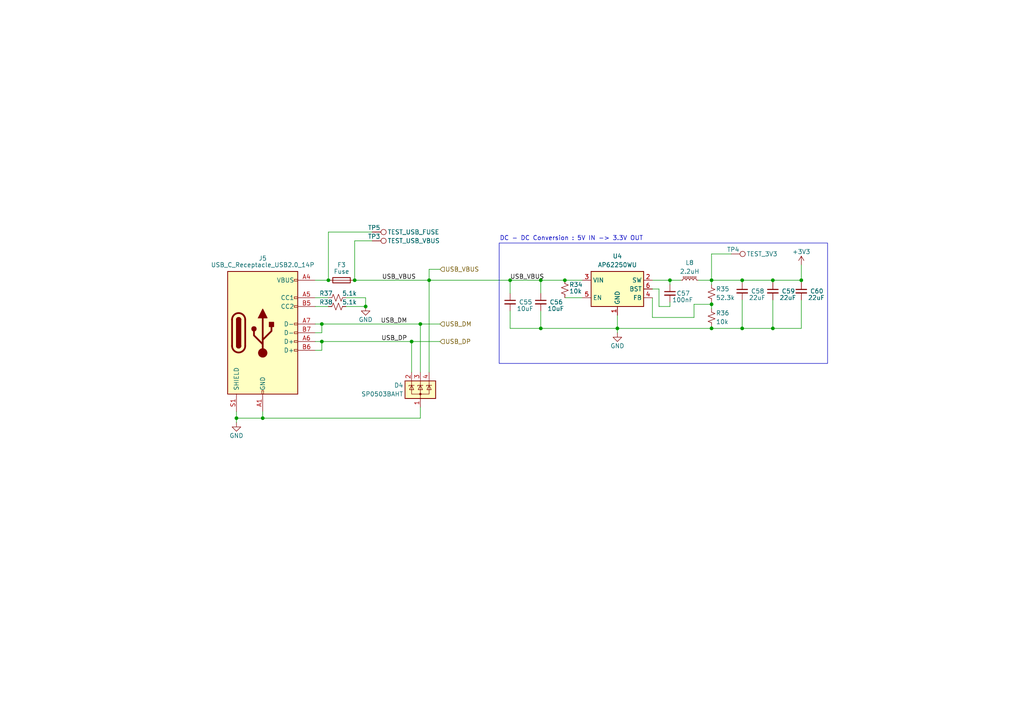
<source format=kicad_sch>
(kicad_sch
	(version 20250114)
	(generator "eeschema")
	(generator_version "9.0")
	(uuid "e764fa6b-4444-4177-af5d-1b2e0fbb4907")
	(paper "A4")
	(title_block
		(title "HuffAndPuff")
		(rev "A1")
		(company "DanWave Design LLC.")
		(comment 1 "In Collaboration with MIF")
		(comment 2 "Design by: Daniel J Manla")
		(comment 3 "Open Source Hardware")
	)
	(lib_symbols
		(symbol "Connector:TestPoint"
			(pin_numbers
				(hide yes)
			)
			(pin_names
				(offset 0.762)
				(hide yes)
			)
			(exclude_from_sim no)
			(in_bom yes)
			(on_board yes)
			(property "Reference" "TP"
				(at 0 6.858 0)
				(effects
					(font
						(size 1.27 1.27)
					)
				)
			)
			(property "Value" "TestPoint"
				(at 0 5.08 0)
				(effects
					(font
						(size 1.27 1.27)
					)
				)
			)
			(property "Footprint" ""
				(at 5.08 0 0)
				(effects
					(font
						(size 1.27 1.27)
					)
					(hide yes)
				)
			)
			(property "Datasheet" "~"
				(at 5.08 0 0)
				(effects
					(font
						(size 1.27 1.27)
					)
					(hide yes)
				)
			)
			(property "Description" "test point"
				(at 0 0 0)
				(effects
					(font
						(size 1.27 1.27)
					)
					(hide yes)
				)
			)
			(property "ki_keywords" "test point tp"
				(at 0 0 0)
				(effects
					(font
						(size 1.27 1.27)
					)
					(hide yes)
				)
			)
			(property "ki_fp_filters" "Pin* Test*"
				(at 0 0 0)
				(effects
					(font
						(size 1.27 1.27)
					)
					(hide yes)
				)
			)
			(symbol "TestPoint_0_1"
				(circle
					(center 0 3.302)
					(radius 0.762)
					(stroke
						(width 0)
						(type default)
					)
					(fill
						(type none)
					)
				)
			)
			(symbol "TestPoint_1_1"
				(pin passive line
					(at 0 0 90)
					(length 2.54)
					(name "1"
						(effects
							(font
								(size 1.27 1.27)
							)
						)
					)
					(number "1"
						(effects
							(font
								(size 1.27 1.27)
							)
						)
					)
				)
			)
			(embedded_fonts no)
		)
		(symbol "Connector:USB_C_Receptacle_USB2.0_14P"
			(pin_names
				(offset 1.016)
			)
			(exclude_from_sim no)
			(in_bom yes)
			(on_board yes)
			(property "Reference" "J"
				(at 0 22.225 0)
				(effects
					(font
						(size 1.27 1.27)
					)
				)
			)
			(property "Value" "USB_C_Receptacle_USB2.0_14P"
				(at 0 19.685 0)
				(effects
					(font
						(size 1.27 1.27)
					)
				)
			)
			(property "Footprint" ""
				(at 3.81 0 0)
				(effects
					(font
						(size 1.27 1.27)
					)
					(hide yes)
				)
			)
			(property "Datasheet" "https://www.usb.org/sites/default/files/documents/usb_type-c.zip"
				(at 3.81 0 0)
				(effects
					(font
						(size 1.27 1.27)
					)
					(hide yes)
				)
			)
			(property "Description" "USB 2.0-only 14P Type-C Receptacle connector"
				(at 0 0 0)
				(effects
					(font
						(size 1.27 1.27)
					)
					(hide yes)
				)
			)
			(property "ki_keywords" "usb universal serial bus type-C USB2.0"
				(at 0 0 0)
				(effects
					(font
						(size 1.27 1.27)
					)
					(hide yes)
				)
			)
			(property "ki_fp_filters" "USB*C*Receptacle*"
				(at 0 0 0)
				(effects
					(font
						(size 1.27 1.27)
					)
					(hide yes)
				)
			)
			(symbol "USB_C_Receptacle_USB2.0_14P_0_0"
				(rectangle
					(start -0.254 -17.78)
					(end 0.254 -16.764)
					(stroke
						(width 0)
						(type default)
					)
					(fill
						(type none)
					)
				)
				(rectangle
					(start 10.16 15.494)
					(end 9.144 14.986)
					(stroke
						(width 0)
						(type default)
					)
					(fill
						(type none)
					)
				)
				(rectangle
					(start 10.16 10.414)
					(end 9.144 9.906)
					(stroke
						(width 0)
						(type default)
					)
					(fill
						(type none)
					)
				)
				(rectangle
					(start 10.16 7.874)
					(end 9.144 7.366)
					(stroke
						(width 0)
						(type default)
					)
					(fill
						(type none)
					)
				)
				(rectangle
					(start 10.16 2.794)
					(end 9.144 2.286)
					(stroke
						(width 0)
						(type default)
					)
					(fill
						(type none)
					)
				)
				(rectangle
					(start 10.16 0.254)
					(end 9.144 -0.254)
					(stroke
						(width 0)
						(type default)
					)
					(fill
						(type none)
					)
				)
				(rectangle
					(start 10.16 -2.286)
					(end 9.144 -2.794)
					(stroke
						(width 0)
						(type default)
					)
					(fill
						(type none)
					)
				)
				(rectangle
					(start 10.16 -4.826)
					(end 9.144 -5.334)
					(stroke
						(width 0)
						(type default)
					)
					(fill
						(type none)
					)
				)
			)
			(symbol "USB_C_Receptacle_USB2.0_14P_0_1"
				(rectangle
					(start -10.16 17.78)
					(end 10.16 -17.78)
					(stroke
						(width 0.254)
						(type default)
					)
					(fill
						(type background)
					)
				)
				(polyline
					(pts
						(xy -8.89 -3.81) (xy -8.89 3.81)
					)
					(stroke
						(width 0.508)
						(type default)
					)
					(fill
						(type none)
					)
				)
				(rectangle
					(start -7.62 -3.81)
					(end -6.35 3.81)
					(stroke
						(width 0.254)
						(type default)
					)
					(fill
						(type outline)
					)
				)
				(arc
					(start -7.62 3.81)
					(mid -6.985 4.4423)
					(end -6.35 3.81)
					(stroke
						(width 0.254)
						(type default)
					)
					(fill
						(type none)
					)
				)
				(arc
					(start -7.62 3.81)
					(mid -6.985 4.4423)
					(end -6.35 3.81)
					(stroke
						(width 0.254)
						(type default)
					)
					(fill
						(type outline)
					)
				)
				(arc
					(start -8.89 3.81)
					(mid -6.985 5.7067)
					(end -5.08 3.81)
					(stroke
						(width 0.508)
						(type default)
					)
					(fill
						(type none)
					)
				)
				(arc
					(start -5.08 -3.81)
					(mid -6.985 -5.7067)
					(end -8.89 -3.81)
					(stroke
						(width 0.508)
						(type default)
					)
					(fill
						(type none)
					)
				)
				(arc
					(start -6.35 -3.81)
					(mid -6.985 -4.4423)
					(end -7.62 -3.81)
					(stroke
						(width 0.254)
						(type default)
					)
					(fill
						(type none)
					)
				)
				(arc
					(start -6.35 -3.81)
					(mid -6.985 -4.4423)
					(end -7.62 -3.81)
					(stroke
						(width 0.254)
						(type default)
					)
					(fill
						(type outline)
					)
				)
				(polyline
					(pts
						(xy -5.08 3.81) (xy -5.08 -3.81)
					)
					(stroke
						(width 0.508)
						(type default)
					)
					(fill
						(type none)
					)
				)
				(circle
					(center -2.54 1.143)
					(radius 0.635)
					(stroke
						(width 0.254)
						(type default)
					)
					(fill
						(type outline)
					)
				)
				(polyline
					(pts
						(xy -1.27 4.318) (xy 0 6.858) (xy 1.27 4.318) (xy -1.27 4.318)
					)
					(stroke
						(width 0.254)
						(type default)
					)
					(fill
						(type outline)
					)
				)
				(polyline
					(pts
						(xy 0 -2.032) (xy 2.54 0.508) (xy 2.54 1.778)
					)
					(stroke
						(width 0.508)
						(type default)
					)
					(fill
						(type none)
					)
				)
				(polyline
					(pts
						(xy 0 -3.302) (xy -2.54 -0.762) (xy -2.54 0.508)
					)
					(stroke
						(width 0.508)
						(type default)
					)
					(fill
						(type none)
					)
				)
				(polyline
					(pts
						(xy 0 -5.842) (xy 0 4.318)
					)
					(stroke
						(width 0.508)
						(type default)
					)
					(fill
						(type none)
					)
				)
				(circle
					(center 0 -5.842)
					(radius 1.27)
					(stroke
						(width 0)
						(type default)
					)
					(fill
						(type outline)
					)
				)
				(rectangle
					(start 1.905 1.778)
					(end 3.175 3.048)
					(stroke
						(width 0.254)
						(type default)
					)
					(fill
						(type outline)
					)
				)
			)
			(symbol "USB_C_Receptacle_USB2.0_14P_1_1"
				(pin passive line
					(at -7.62 -22.86 90)
					(length 5.08)
					(name "SHIELD"
						(effects
							(font
								(size 1.27 1.27)
							)
						)
					)
					(number "S1"
						(effects
							(font
								(size 1.27 1.27)
							)
						)
					)
				)
				(pin passive line
					(at 0 -22.86 90)
					(length 5.08)
					(name "GND"
						(effects
							(font
								(size 1.27 1.27)
							)
						)
					)
					(number "A1"
						(effects
							(font
								(size 1.27 1.27)
							)
						)
					)
				)
				(pin passive line
					(at 0 -22.86 90)
					(length 5.08)
					(hide yes)
					(name "GND"
						(effects
							(font
								(size 1.27 1.27)
							)
						)
					)
					(number "A12"
						(effects
							(font
								(size 1.27 1.27)
							)
						)
					)
				)
				(pin passive line
					(at 0 -22.86 90)
					(length 5.08)
					(hide yes)
					(name "GND"
						(effects
							(font
								(size 1.27 1.27)
							)
						)
					)
					(number "B1"
						(effects
							(font
								(size 1.27 1.27)
							)
						)
					)
				)
				(pin passive line
					(at 0 -22.86 90)
					(length 5.08)
					(hide yes)
					(name "GND"
						(effects
							(font
								(size 1.27 1.27)
							)
						)
					)
					(number "B12"
						(effects
							(font
								(size 1.27 1.27)
							)
						)
					)
				)
				(pin passive line
					(at 15.24 15.24 180)
					(length 5.08)
					(name "VBUS"
						(effects
							(font
								(size 1.27 1.27)
							)
						)
					)
					(number "A4"
						(effects
							(font
								(size 1.27 1.27)
							)
						)
					)
				)
				(pin passive line
					(at 15.24 15.24 180)
					(length 5.08)
					(hide yes)
					(name "VBUS"
						(effects
							(font
								(size 1.27 1.27)
							)
						)
					)
					(number "A9"
						(effects
							(font
								(size 1.27 1.27)
							)
						)
					)
				)
				(pin passive line
					(at 15.24 15.24 180)
					(length 5.08)
					(hide yes)
					(name "VBUS"
						(effects
							(font
								(size 1.27 1.27)
							)
						)
					)
					(number "B4"
						(effects
							(font
								(size 1.27 1.27)
							)
						)
					)
				)
				(pin passive line
					(at 15.24 15.24 180)
					(length 5.08)
					(hide yes)
					(name "VBUS"
						(effects
							(font
								(size 1.27 1.27)
							)
						)
					)
					(number "B9"
						(effects
							(font
								(size 1.27 1.27)
							)
						)
					)
				)
				(pin bidirectional line
					(at 15.24 10.16 180)
					(length 5.08)
					(name "CC1"
						(effects
							(font
								(size 1.27 1.27)
							)
						)
					)
					(number "A5"
						(effects
							(font
								(size 1.27 1.27)
							)
						)
					)
				)
				(pin bidirectional line
					(at 15.24 7.62 180)
					(length 5.08)
					(name "CC2"
						(effects
							(font
								(size 1.27 1.27)
							)
						)
					)
					(number "B5"
						(effects
							(font
								(size 1.27 1.27)
							)
						)
					)
				)
				(pin bidirectional line
					(at 15.24 2.54 180)
					(length 5.08)
					(name "D-"
						(effects
							(font
								(size 1.27 1.27)
							)
						)
					)
					(number "A7"
						(effects
							(font
								(size 1.27 1.27)
							)
						)
					)
				)
				(pin bidirectional line
					(at 15.24 0 180)
					(length 5.08)
					(name "D-"
						(effects
							(font
								(size 1.27 1.27)
							)
						)
					)
					(number "B7"
						(effects
							(font
								(size 1.27 1.27)
							)
						)
					)
				)
				(pin bidirectional line
					(at 15.24 -2.54 180)
					(length 5.08)
					(name "D+"
						(effects
							(font
								(size 1.27 1.27)
							)
						)
					)
					(number "A6"
						(effects
							(font
								(size 1.27 1.27)
							)
						)
					)
				)
				(pin bidirectional line
					(at 15.24 -5.08 180)
					(length 5.08)
					(name "D+"
						(effects
							(font
								(size 1.27 1.27)
							)
						)
					)
					(number "B6"
						(effects
							(font
								(size 1.27 1.27)
							)
						)
					)
				)
			)
			(embedded_fonts no)
		)
		(symbol "Device:C_Small"
			(pin_numbers
				(hide yes)
			)
			(pin_names
				(offset 0.254)
				(hide yes)
			)
			(exclude_from_sim no)
			(in_bom yes)
			(on_board yes)
			(property "Reference" "C"
				(at 0.254 1.778 0)
				(effects
					(font
						(size 1.27 1.27)
					)
					(justify left)
				)
			)
			(property "Value" "C_Small"
				(at 0.254 -2.032 0)
				(effects
					(font
						(size 1.27 1.27)
					)
					(justify left)
				)
			)
			(property "Footprint" ""
				(at 0 0 0)
				(effects
					(font
						(size 1.27 1.27)
					)
					(hide yes)
				)
			)
			(property "Datasheet" "~"
				(at 0 0 0)
				(effects
					(font
						(size 1.27 1.27)
					)
					(hide yes)
				)
			)
			(property "Description" "Unpolarized capacitor, small symbol"
				(at 0 0 0)
				(effects
					(font
						(size 1.27 1.27)
					)
					(hide yes)
				)
			)
			(property "ki_keywords" "capacitor cap"
				(at 0 0 0)
				(effects
					(font
						(size 1.27 1.27)
					)
					(hide yes)
				)
			)
			(property "ki_fp_filters" "C_*"
				(at 0 0 0)
				(effects
					(font
						(size 1.27 1.27)
					)
					(hide yes)
				)
			)
			(symbol "C_Small_0_1"
				(polyline
					(pts
						(xy -1.524 0.508) (xy 1.524 0.508)
					)
					(stroke
						(width 0.3048)
						(type default)
					)
					(fill
						(type none)
					)
				)
				(polyline
					(pts
						(xy -1.524 -0.508) (xy 1.524 -0.508)
					)
					(stroke
						(width 0.3302)
						(type default)
					)
					(fill
						(type none)
					)
				)
			)
			(symbol "C_Small_1_1"
				(pin passive line
					(at 0 2.54 270)
					(length 2.032)
					(name "~"
						(effects
							(font
								(size 1.27 1.27)
							)
						)
					)
					(number "1"
						(effects
							(font
								(size 1.27 1.27)
							)
						)
					)
				)
				(pin passive line
					(at 0 -2.54 90)
					(length 2.032)
					(name "~"
						(effects
							(font
								(size 1.27 1.27)
							)
						)
					)
					(number "2"
						(effects
							(font
								(size 1.27 1.27)
							)
						)
					)
				)
			)
			(embedded_fonts no)
		)
		(symbol "Device:Fuse"
			(pin_numbers
				(hide yes)
			)
			(pin_names
				(offset 0)
			)
			(exclude_from_sim no)
			(in_bom yes)
			(on_board yes)
			(property "Reference" "F"
				(at 2.032 0 90)
				(effects
					(font
						(size 1.27 1.27)
					)
				)
			)
			(property "Value" "Fuse"
				(at -1.905 0 90)
				(effects
					(font
						(size 1.27 1.27)
					)
				)
			)
			(property "Footprint" ""
				(at -1.778 0 90)
				(effects
					(font
						(size 1.27 1.27)
					)
					(hide yes)
				)
			)
			(property "Datasheet" "~"
				(at 0 0 0)
				(effects
					(font
						(size 1.27 1.27)
					)
					(hide yes)
				)
			)
			(property "Description" "Fuse"
				(at 0 0 0)
				(effects
					(font
						(size 1.27 1.27)
					)
					(hide yes)
				)
			)
			(property "ki_keywords" "fuse"
				(at 0 0 0)
				(effects
					(font
						(size 1.27 1.27)
					)
					(hide yes)
				)
			)
			(property "ki_fp_filters" "*Fuse*"
				(at 0 0 0)
				(effects
					(font
						(size 1.27 1.27)
					)
					(hide yes)
				)
			)
			(symbol "Fuse_0_1"
				(rectangle
					(start -0.762 -2.54)
					(end 0.762 2.54)
					(stroke
						(width 0.254)
						(type default)
					)
					(fill
						(type none)
					)
				)
				(polyline
					(pts
						(xy 0 2.54) (xy 0 -2.54)
					)
					(stroke
						(width 0)
						(type default)
					)
					(fill
						(type none)
					)
				)
			)
			(symbol "Fuse_1_1"
				(pin passive line
					(at 0 3.81 270)
					(length 1.27)
					(name "~"
						(effects
							(font
								(size 1.27 1.27)
							)
						)
					)
					(number "1"
						(effects
							(font
								(size 1.27 1.27)
							)
						)
					)
				)
				(pin passive line
					(at 0 -3.81 90)
					(length 1.27)
					(name "~"
						(effects
							(font
								(size 1.27 1.27)
							)
						)
					)
					(number "2"
						(effects
							(font
								(size 1.27 1.27)
							)
						)
					)
				)
			)
			(embedded_fonts no)
		)
		(symbol "Device:L_Ferrite_Small"
			(pin_numbers
				(hide yes)
			)
			(pin_names
				(offset 0.254)
				(hide yes)
			)
			(exclude_from_sim no)
			(in_bom yes)
			(on_board yes)
			(property "Reference" "L"
				(at 1.27 1.016 0)
				(effects
					(font
						(size 1.27 1.27)
					)
					(justify left)
				)
			)
			(property "Value" "L_Ferrite_Small"
				(at 1.27 -1.27 0)
				(effects
					(font
						(size 1.27 1.27)
					)
					(justify left)
				)
			)
			(property "Footprint" ""
				(at 0 0 0)
				(effects
					(font
						(size 1.27 1.27)
					)
					(hide yes)
				)
			)
			(property "Datasheet" "~"
				(at 0 0 0)
				(effects
					(font
						(size 1.27 1.27)
					)
					(hide yes)
				)
			)
			(property "Description" "Inductor with ferrite core, small symbol"
				(at 0 0 0)
				(effects
					(font
						(size 1.27 1.27)
					)
					(hide yes)
				)
			)
			(property "ki_keywords" "inductor choke coil reactor magnetic"
				(at 0 0 0)
				(effects
					(font
						(size 1.27 1.27)
					)
					(hide yes)
				)
			)
			(property "ki_fp_filters" "Choke_* *Coil* Inductor_* L_*"
				(at 0 0 0)
				(effects
					(font
						(size 1.27 1.27)
					)
					(hide yes)
				)
			)
			(symbol "L_Ferrite_Small_0_1"
				(arc
					(start 0 2.032)
					(mid 0.5058 1.524)
					(end 0 1.016)
					(stroke
						(width 0)
						(type default)
					)
					(fill
						(type none)
					)
				)
				(arc
					(start 0 1.016)
					(mid 0.5058 0.508)
					(end 0 0)
					(stroke
						(width 0)
						(type default)
					)
					(fill
						(type none)
					)
				)
				(arc
					(start 0 0)
					(mid 0.5058 -0.508)
					(end 0 -1.016)
					(stroke
						(width 0)
						(type default)
					)
					(fill
						(type none)
					)
				)
				(arc
					(start 0 -1.016)
					(mid 0.5058 -1.524)
					(end 0 -2.032)
					(stroke
						(width 0)
						(type default)
					)
					(fill
						(type none)
					)
				)
				(polyline
					(pts
						(xy 0.762 1.651) (xy 0.762 1.905)
					)
					(stroke
						(width 0)
						(type default)
					)
					(fill
						(type none)
					)
				)
				(polyline
					(pts
						(xy 0.762 1.143) (xy 0.762 1.397)
					)
					(stroke
						(width 0)
						(type default)
					)
					(fill
						(type none)
					)
				)
				(polyline
					(pts
						(xy 0.762 0.635) (xy 0.762 0.889)
					)
					(stroke
						(width 0)
						(type default)
					)
					(fill
						(type none)
					)
				)
				(polyline
					(pts
						(xy 0.762 0.127) (xy 0.762 0.381)
					)
					(stroke
						(width 0)
						(type default)
					)
					(fill
						(type none)
					)
				)
				(polyline
					(pts
						(xy 0.762 -0.381) (xy 0.762 -0.127)
					)
					(stroke
						(width 0)
						(type default)
					)
					(fill
						(type none)
					)
				)
				(polyline
					(pts
						(xy 0.762 -0.889) (xy 0.762 -0.635)
					)
					(stroke
						(width 0)
						(type default)
					)
					(fill
						(type none)
					)
				)
				(polyline
					(pts
						(xy 0.762 -1.397) (xy 0.762 -1.143)
					)
					(stroke
						(width 0)
						(type default)
					)
					(fill
						(type none)
					)
				)
				(polyline
					(pts
						(xy 0.762 -1.905) (xy 0.762 -1.651)
					)
					(stroke
						(width 0)
						(type default)
					)
					(fill
						(type none)
					)
				)
				(polyline
					(pts
						(xy 1.016 1.905) (xy 1.016 1.651)
					)
					(stroke
						(width 0)
						(type default)
					)
					(fill
						(type none)
					)
				)
				(polyline
					(pts
						(xy 1.016 1.397) (xy 1.016 1.143)
					)
					(stroke
						(width 0)
						(type default)
					)
					(fill
						(type none)
					)
				)
				(polyline
					(pts
						(xy 1.016 0.889) (xy 1.016 0.635)
					)
					(stroke
						(width 0)
						(type default)
					)
					(fill
						(type none)
					)
				)
				(polyline
					(pts
						(xy 1.016 0.381) (xy 1.016 0.127)
					)
					(stroke
						(width 0)
						(type default)
					)
					(fill
						(type none)
					)
				)
				(polyline
					(pts
						(xy 1.016 -0.127) (xy 1.016 -0.381)
					)
					(stroke
						(width 0)
						(type default)
					)
					(fill
						(type none)
					)
				)
				(polyline
					(pts
						(xy 1.016 -0.635) (xy 1.016 -0.889)
					)
					(stroke
						(width 0)
						(type default)
					)
					(fill
						(type none)
					)
				)
				(polyline
					(pts
						(xy 1.016 -1.143) (xy 1.016 -1.397)
					)
					(stroke
						(width 0)
						(type default)
					)
					(fill
						(type none)
					)
				)
				(polyline
					(pts
						(xy 1.016 -1.651) (xy 1.016 -1.905)
					)
					(stroke
						(width 0)
						(type default)
					)
					(fill
						(type none)
					)
				)
			)
			(symbol "L_Ferrite_Small_1_1"
				(pin passive line
					(at 0 2.54 270)
					(length 0.508)
					(name "~"
						(effects
							(font
								(size 1.27 1.27)
							)
						)
					)
					(number "1"
						(effects
							(font
								(size 1.27 1.27)
							)
						)
					)
				)
				(pin passive line
					(at 0 -2.54 90)
					(length 0.508)
					(name "~"
						(effects
							(font
								(size 1.27 1.27)
							)
						)
					)
					(number "2"
						(effects
							(font
								(size 1.27 1.27)
							)
						)
					)
				)
			)
			(embedded_fonts no)
		)
		(symbol "Device:R_Small_US"
			(pin_numbers
				(hide yes)
			)
			(pin_names
				(offset 0.254)
				(hide yes)
			)
			(exclude_from_sim no)
			(in_bom yes)
			(on_board yes)
			(property "Reference" "R"
				(at 0.762 0.508 0)
				(effects
					(font
						(size 1.27 1.27)
					)
					(justify left)
				)
			)
			(property "Value" "R_Small_US"
				(at 0.762 -1.016 0)
				(effects
					(font
						(size 1.27 1.27)
					)
					(justify left)
				)
			)
			(property "Footprint" ""
				(at 0 0 0)
				(effects
					(font
						(size 1.27 1.27)
					)
					(hide yes)
				)
			)
			(property "Datasheet" "~"
				(at 0 0 0)
				(effects
					(font
						(size 1.27 1.27)
					)
					(hide yes)
				)
			)
			(property "Description" "Resistor, small US symbol"
				(at 0 0 0)
				(effects
					(font
						(size 1.27 1.27)
					)
					(hide yes)
				)
			)
			(property "ki_keywords" "r resistor"
				(at 0 0 0)
				(effects
					(font
						(size 1.27 1.27)
					)
					(hide yes)
				)
			)
			(property "ki_fp_filters" "R_*"
				(at 0 0 0)
				(effects
					(font
						(size 1.27 1.27)
					)
					(hide yes)
				)
			)
			(symbol "R_Small_US_1_1"
				(polyline
					(pts
						(xy 0 1.524) (xy 1.016 1.143) (xy 0 0.762) (xy -1.016 0.381) (xy 0 0)
					)
					(stroke
						(width 0)
						(type default)
					)
					(fill
						(type none)
					)
				)
				(polyline
					(pts
						(xy 0 0) (xy 1.016 -0.381) (xy 0 -0.762) (xy -1.016 -1.143) (xy 0 -1.524)
					)
					(stroke
						(width 0)
						(type default)
					)
					(fill
						(type none)
					)
				)
				(pin passive line
					(at 0 2.54 270)
					(length 1.016)
					(name "~"
						(effects
							(font
								(size 1.27 1.27)
							)
						)
					)
					(number "1"
						(effects
							(font
								(size 1.27 1.27)
							)
						)
					)
				)
				(pin passive line
					(at 0 -2.54 90)
					(length 1.016)
					(name "~"
						(effects
							(font
								(size 1.27 1.27)
							)
						)
					)
					(number "2"
						(effects
							(font
								(size 1.27 1.27)
							)
						)
					)
				)
			)
			(embedded_fonts no)
		)
		(symbol "Power_Protection:SP0503BAHT"
			(pin_names
				(hide yes)
			)
			(exclude_from_sim no)
			(in_bom yes)
			(on_board yes)
			(property "Reference" "D"
				(at 5.715 2.54 0)
				(effects
					(font
						(size 1.27 1.27)
					)
					(justify left)
				)
			)
			(property "Value" "SP0503BAHT"
				(at 5.715 0.635 0)
				(effects
					(font
						(size 1.27 1.27)
					)
					(justify left)
				)
			)
			(property "Footprint" "Package_TO_SOT_SMD:SOT-143"
				(at 5.715 -1.27 0)
				(effects
					(font
						(size 1.27 1.27)
					)
					(justify left)
					(hide yes)
				)
			)
			(property "Datasheet" "http://www.littelfuse.com/~/media/files/littelfuse/technical%20resources/documents/data%20sheets/sp05xxba.pdf"
				(at 3.175 3.175 0)
				(effects
					(font
						(size 1.27 1.27)
					)
					(hide yes)
				)
			)
			(property "Description" "TVS Diode Array, 5.5V Standoff, 3 Channels, SOT-143 package"
				(at 0 0 0)
				(effects
					(font
						(size 1.27 1.27)
					)
					(hide yes)
				)
			)
			(property "ki_keywords" "usb esd protection suppression transient"
				(at 0 0 0)
				(effects
					(font
						(size 1.27 1.27)
					)
					(hide yes)
				)
			)
			(property "ki_fp_filters" "SOT?143*"
				(at 0 0 0)
				(effects
					(font
						(size 1.27 1.27)
					)
					(hide yes)
				)
			)
			(symbol "SP0503BAHT_0_0"
				(pin passive line
					(at 0 -5.08 90)
					(length 2.54)
					(name "A"
						(effects
							(font
								(size 1.27 1.27)
							)
						)
					)
					(number "1"
						(effects
							(font
								(size 1.27 1.27)
							)
						)
					)
				)
			)
			(symbol "SP0503BAHT_0_1"
				(rectangle
					(start -4.445 2.54)
					(end 4.445 -2.54)
					(stroke
						(width 0.254)
						(type default)
					)
					(fill
						(type background)
					)
				)
				(polyline
					(pts
						(xy -3.302 1.016) (xy -3.302 1.27) (xy -1.905 1.27) (xy -1.778 1.27)
					)
					(stroke
						(width 0)
						(type default)
					)
					(fill
						(type none)
					)
				)
				(polyline
					(pts
						(xy -2.54 2.54) (xy -2.54 1.27)
					)
					(stroke
						(width 0)
						(type default)
					)
					(fill
						(type none)
					)
				)
				(polyline
					(pts
						(xy -2.54 1.27) (xy -2.54 -1.27) (xy 2.54 -1.27) (xy 2.54 1.27)
					)
					(stroke
						(width 0)
						(type default)
					)
					(fill
						(type none)
					)
				)
				(polyline
					(pts
						(xy -2.54 1.27) (xy -1.905 0) (xy -3.175 0) (xy -2.54 1.27)
					)
					(stroke
						(width 0)
						(type default)
					)
					(fill
						(type none)
					)
				)
				(polyline
					(pts
						(xy 0 2.54) (xy 0 1.27)
					)
					(stroke
						(width 0)
						(type default)
					)
					(fill
						(type none)
					)
				)
				(polyline
					(pts
						(xy 0 -1.27) (xy 0 1.27)
					)
					(stroke
						(width 0)
						(type default)
					)
					(fill
						(type none)
					)
				)
				(polyline
					(pts
						(xy 0 -1.27) (xy 0 -2.54)
					)
					(stroke
						(width 0)
						(type default)
					)
					(fill
						(type none)
					)
				)
				(circle
					(center 0 -1.27)
					(radius 0.254)
					(stroke
						(width 0)
						(type default)
					)
					(fill
						(type outline)
					)
				)
				(polyline
					(pts
						(xy 0.635 1.27) (xy 0.762 1.27)
					)
					(stroke
						(width 0)
						(type default)
					)
					(fill
						(type none)
					)
				)
				(polyline
					(pts
						(xy 0.635 1.27) (xy -0.762 1.27) (xy -0.762 1.016)
					)
					(stroke
						(width 0)
						(type default)
					)
					(fill
						(type none)
					)
				)
				(polyline
					(pts
						(xy 0.635 0) (xy -0.635 0) (xy 0 1.27) (xy 0.635 0)
					)
					(stroke
						(width 0)
						(type default)
					)
					(fill
						(type none)
					)
				)
				(polyline
					(pts
						(xy 1.778 1.016) (xy 1.778 1.27) (xy 3.175 1.27) (xy 3.302 1.27)
					)
					(stroke
						(width 0)
						(type default)
					)
					(fill
						(type none)
					)
				)
				(polyline
					(pts
						(xy 2.54 2.54) (xy 2.54 1.27)
					)
					(stroke
						(width 0)
						(type default)
					)
					(fill
						(type none)
					)
				)
				(polyline
					(pts
						(xy 2.54 1.27) (xy 1.905 0) (xy 3.175 0) (xy 2.54 1.27)
					)
					(stroke
						(width 0)
						(type default)
					)
					(fill
						(type none)
					)
				)
			)
			(symbol "SP0503BAHT_1_1"
				(pin passive line
					(at -2.54 5.08 270)
					(length 2.54)
					(name "K"
						(effects
							(font
								(size 1.27 1.27)
							)
						)
					)
					(number "2"
						(effects
							(font
								(size 1.27 1.27)
							)
						)
					)
				)
				(pin passive line
					(at 0 5.08 270)
					(length 2.54)
					(name "K"
						(effects
							(font
								(size 1.27 1.27)
							)
						)
					)
					(number "3"
						(effects
							(font
								(size 1.27 1.27)
							)
						)
					)
				)
				(pin passive line
					(at 2.54 5.08 270)
					(length 2.54)
					(name "K"
						(effects
							(font
								(size 1.27 1.27)
							)
						)
					)
					(number "4"
						(effects
							(font
								(size 1.27 1.27)
							)
						)
					)
				)
			)
			(embedded_fonts no)
		)
		(symbol "Regulator_Switching:AP62250WU"
			(exclude_from_sim no)
			(in_bom yes)
			(on_board yes)
			(property "Reference" "U"
				(at -7.62 6.35 0)
				(effects
					(font
						(size 1.27 1.27)
					)
					(justify left)
				)
			)
			(property "Value" "AP62250WU"
				(at 6.35 -6.35 0)
				(effects
					(font
						(size 1.27 1.27)
					)
				)
			)
			(property "Footprint" "Package_TO_SOT_SMD:TSOT-23-6"
				(at 0 8.89 0)
				(effects
					(font
						(size 1.27 1.27)
					)
					(hide yes)
				)
			)
			(property "Datasheet" "https://www.diodes.com/assets/Datasheets/AP62250.pdf"
				(at 0 -17.78 0)
				(effects
					(font
						(size 1.27 1.27)
					)
					(hide yes)
				)
			)
			(property "Description" "2.5A, 1.3MHz Buck DC/DC Converter, 4.2V-18V input voltage, 0.8V-7V adjustable output voltage, TSOT-23-6"
				(at 0 0 0)
				(effects
					(font
						(size 1.27 1.27)
					)
					(hide yes)
				)
			)
			(property "ki_keywords" "2.5A 1.3MHz PWM Buck DC/DC"
				(at 0 0 0)
				(effects
					(font
						(size 1.27 1.27)
					)
					(hide yes)
				)
			)
			(property "ki_fp_filters" "TSOT?23?6*"
				(at 0 0 0)
				(effects
					(font
						(size 1.27 1.27)
					)
					(hide yes)
				)
			)
			(symbol "AP62250WU_0_1"
				(rectangle
					(start -7.62 5.08)
					(end 7.62 -5.08)
					(stroke
						(width 0.254)
						(type default)
					)
					(fill
						(type background)
					)
				)
			)
			(symbol "AP62250WU_1_1"
				(pin power_in line
					(at -10.16 2.54 0)
					(length 2.54)
					(name "VIN"
						(effects
							(font
								(size 1.27 1.27)
							)
						)
					)
					(number "3"
						(effects
							(font
								(size 1.27 1.27)
							)
						)
					)
				)
				(pin passive line
					(at -10.16 -2.54 0)
					(length 2.54)
					(name "EN"
						(effects
							(font
								(size 1.27 1.27)
							)
						)
					)
					(number "5"
						(effects
							(font
								(size 1.27 1.27)
							)
						)
					)
				)
				(pin power_in line
					(at 0 -7.62 90)
					(length 2.54)
					(name "GND"
						(effects
							(font
								(size 1.27 1.27)
							)
						)
					)
					(number "1"
						(effects
							(font
								(size 1.27 1.27)
							)
						)
					)
				)
				(pin output line
					(at 10.16 2.54 180)
					(length 2.54)
					(name "SW"
						(effects
							(font
								(size 1.27 1.27)
							)
						)
					)
					(number "2"
						(effects
							(font
								(size 1.27 1.27)
							)
						)
					)
				)
				(pin passive line
					(at 10.16 0 180)
					(length 2.54)
					(name "BST"
						(effects
							(font
								(size 1.27 1.27)
							)
						)
					)
					(number "6"
						(effects
							(font
								(size 1.27 1.27)
							)
						)
					)
				)
				(pin input line
					(at 10.16 -2.54 180)
					(length 2.54)
					(name "FB"
						(effects
							(font
								(size 1.27 1.27)
							)
						)
					)
					(number "4"
						(effects
							(font
								(size 1.27 1.27)
							)
						)
					)
				)
			)
			(embedded_fonts no)
		)
		(symbol "power:+3.3V"
			(power)
			(pin_names
				(offset 0)
			)
			(exclude_from_sim no)
			(in_bom yes)
			(on_board yes)
			(property "Reference" "#PWR"
				(at 0 -3.81 0)
				(effects
					(font
						(size 1.27 1.27)
					)
					(hide yes)
				)
			)
			(property "Value" "+3.3V"
				(at 0 3.556 0)
				(effects
					(font
						(size 1.27 1.27)
					)
				)
			)
			(property "Footprint" ""
				(at 0 0 0)
				(effects
					(font
						(size 1.27 1.27)
					)
					(hide yes)
				)
			)
			(property "Datasheet" ""
				(at 0 0 0)
				(effects
					(font
						(size 1.27 1.27)
					)
					(hide yes)
				)
			)
			(property "Description" "Power symbol creates a global label with name \"+3.3V\""
				(at 0 0 0)
				(effects
					(font
						(size 1.27 1.27)
					)
					(hide yes)
				)
			)
			(property "ki_keywords" "power-flag"
				(at 0 0 0)
				(effects
					(font
						(size 1.27 1.27)
					)
					(hide yes)
				)
			)
			(symbol "+3.3V_0_1"
				(polyline
					(pts
						(xy -0.762 1.27) (xy 0 2.54)
					)
					(stroke
						(width 0)
						(type default)
					)
					(fill
						(type none)
					)
				)
				(polyline
					(pts
						(xy 0 2.54) (xy 0.762 1.27)
					)
					(stroke
						(width 0)
						(type default)
					)
					(fill
						(type none)
					)
				)
				(polyline
					(pts
						(xy 0 0) (xy 0 2.54)
					)
					(stroke
						(width 0)
						(type default)
					)
					(fill
						(type none)
					)
				)
			)
			(symbol "+3.3V_1_1"
				(pin power_in line
					(at 0 0 90)
					(length 0)
					(hide yes)
					(name "+3V3"
						(effects
							(font
								(size 1.27 1.27)
							)
						)
					)
					(number "1"
						(effects
							(font
								(size 1.27 1.27)
							)
						)
					)
				)
			)
			(embedded_fonts no)
		)
		(symbol "power:GND"
			(power)
			(pin_names
				(offset 0)
			)
			(exclude_from_sim no)
			(in_bom yes)
			(on_board yes)
			(property "Reference" "#PWR"
				(at 0 -6.35 0)
				(effects
					(font
						(size 1.27 1.27)
					)
					(hide yes)
				)
			)
			(property "Value" "GND"
				(at 0 -3.81 0)
				(effects
					(font
						(size 1.27 1.27)
					)
				)
			)
			(property "Footprint" ""
				(at 0 0 0)
				(effects
					(font
						(size 1.27 1.27)
					)
					(hide yes)
				)
			)
			(property "Datasheet" ""
				(at 0 0 0)
				(effects
					(font
						(size 1.27 1.27)
					)
					(hide yes)
				)
			)
			(property "Description" "Power symbol creates a global label with name \"GND\" , ground"
				(at 0 0 0)
				(effects
					(font
						(size 1.27 1.27)
					)
					(hide yes)
				)
			)
			(property "ki_keywords" "power-flag"
				(at 0 0 0)
				(effects
					(font
						(size 1.27 1.27)
					)
					(hide yes)
				)
			)
			(symbol "GND_0_1"
				(polyline
					(pts
						(xy 0 0) (xy 0 -1.27) (xy 1.27 -1.27) (xy 0 -2.54) (xy -1.27 -1.27) (xy 0 -1.27)
					)
					(stroke
						(width 0)
						(type default)
					)
					(fill
						(type none)
					)
				)
			)
			(symbol "GND_1_1"
				(pin power_in line
					(at 0 0 270)
					(length 0)
					(hide yes)
					(name "GND"
						(effects
							(font
								(size 1.27 1.27)
							)
						)
					)
					(number "1"
						(effects
							(font
								(size 1.27 1.27)
							)
						)
					)
				)
			)
			(embedded_fonts no)
		)
	)
	(rectangle
		(start 144.78 70.485)
		(end 240.03 105.41)
		(stroke
			(width 0)
			(type default)
		)
		(fill
			(type none)
		)
		(uuid a95e4af0-8d09-43ad-8cdc-e7a7c14809cb)
	)
	(text "DC - DC Conversion : 5V IN -> 3.3V OUT"
		(exclude_from_sim no)
		(at 165.735 69.215 0)
		(effects
			(font
				(size 1.27 1.27)
			)
		)
		(uuid "3e0ea87d-9862-43e7-8c8d-9460499bd5d7")
	)
	(junction
		(at 68.58 121.285)
		(diameter 0)
		(color 0 0 0 0)
		(uuid "0aea3948-9546-42de-a38d-02bbdd059423")
	)
	(junction
		(at 124.46 81.28)
		(diameter 0)
		(color 0 0 0 0)
		(uuid "14b068a9-340a-43ea-9355-cf1360282326")
	)
	(junction
		(at 194.31 81.28)
		(diameter 0)
		(color 0 0 0 0)
		(uuid "14fd2c51-de58-4217-b915-1ff167b71623")
	)
	(junction
		(at 147.955 81.28)
		(diameter 0)
		(color 0 0 0 0)
		(uuid "26b9f979-b79a-4355-bd9b-89b11397e4f5")
	)
	(junction
		(at 206.375 95.25)
		(diameter 0)
		(color 0 0 0 0)
		(uuid "28320c6b-af55-49a6-bab4-b032ee574878")
	)
	(junction
		(at 156.845 81.28)
		(diameter 0)
		(color 0 0 0 0)
		(uuid "28717f11-4a67-45a3-867e-0c6a5d7d81eb")
	)
	(junction
		(at 215.265 95.25)
		(diameter 0)
		(color 0 0 0 0)
		(uuid "2b4c3f8f-8c70-4aef-816d-2befa4dafbda")
	)
	(junction
		(at 224.155 81.28)
		(diameter 0)
		(color 0 0 0 0)
		(uuid "2d096b71-af3c-4ecb-b5eb-ce4103704a73")
	)
	(junction
		(at 95.25 81.28)
		(diameter 0)
		(color 0 0 0 0)
		(uuid "2dfceb5a-f2aa-41c4-aaa4-1720fbb8e7db")
	)
	(junction
		(at 215.265 81.28)
		(diameter 0)
		(color 0 0 0 0)
		(uuid "3437a6d6-b2e6-4071-8c80-fc3725052ff5")
	)
	(junction
		(at 106.045 88.9)
		(diameter 0)
		(color 0 0 0 0)
		(uuid "56c41f55-5b98-428d-a4a9-9ff27c16a0cb")
	)
	(junction
		(at 121.92 93.98)
		(diameter 0)
		(color 0 0 0 0)
		(uuid "5a4ca848-3ef3-4b8f-b3d9-c6f2c3073e81")
	)
	(junction
		(at 179.07 95.25)
		(diameter 0)
		(color 0 0 0 0)
		(uuid "61cbbead-9e60-468f-a111-69d02b18e471")
	)
	(junction
		(at 206.375 81.28)
		(diameter 0)
		(color 0 0 0 0)
		(uuid "654e0b24-51b3-4f4c-8132-2382b7c692a3")
	)
	(junction
		(at 93.345 99.06)
		(diameter 0)
		(color 0 0 0 0)
		(uuid "6ff5b1a9-551a-433a-b88f-c1e30f4924e9")
	)
	(junction
		(at 93.345 93.98)
		(diameter 0)
		(color 0 0 0 0)
		(uuid "80c7adbd-5946-488c-95e4-e5da1363999e")
	)
	(junction
		(at 232.41 81.28)
		(diameter 0)
		(color 0 0 0 0)
		(uuid "83269be1-723f-4978-99e6-7dcada244d09")
	)
	(junction
		(at 224.155 95.25)
		(diameter 0)
		(color 0 0 0 0)
		(uuid "9087faf0-98cf-4806-85a5-e96aa4756360")
	)
	(junction
		(at 156.845 95.25)
		(diameter 0)
		(color 0 0 0 0)
		(uuid "935126b7-6988-413e-9d68-350e6feb93d7")
	)
	(junction
		(at 119.38 99.06)
		(diameter 0)
		(color 0 0 0 0)
		(uuid "adfc8246-392c-4240-862c-59c83e460908")
	)
	(junction
		(at 163.83 81.28)
		(diameter 0)
		(color 0 0 0 0)
		(uuid "b806da18-2149-48f1-bcbe-7a87899eb066")
	)
	(junction
		(at 206.375 88.265)
		(diameter 0)
		(color 0 0 0 0)
		(uuid "bf672766-4245-4e43-bd53-5ae52dd23903")
	)
	(junction
		(at 102.87 81.28)
		(diameter 0)
		(color 0 0 0 0)
		(uuid "eda59e0e-6e9e-416d-aa42-dd2d35153abb")
	)
	(junction
		(at 76.2 121.285)
		(diameter 0)
		(color 0 0 0 0)
		(uuid "f33714d9-e276-476d-91ff-6c157dcdaeb3")
	)
	(wire
		(pts
			(xy 232.41 81.28) (xy 232.41 81.915)
		)
		(stroke
			(width 0)
			(type default)
		)
		(uuid "0460d77d-8b07-4d73-91ee-f889eecf309d")
	)
	(wire
		(pts
			(xy 206.375 73.66) (xy 206.375 81.28)
		)
		(stroke
			(width 0)
			(type default)
		)
		(uuid "0472eeef-be3a-428c-9418-cadf05d7b1c4")
	)
	(wire
		(pts
			(xy 163.83 86.36) (xy 168.91 86.36)
		)
		(stroke
			(width 0)
			(type default)
		)
		(uuid "0c8a43b2-a8a5-4488-a1be-a80e5ef4012c")
	)
	(wire
		(pts
			(xy 91.44 88.9) (xy 95.25 88.9)
		)
		(stroke
			(width 0)
			(type default)
		)
		(uuid "0ec22c2b-378b-4dcd-a621-818e3a24bf82")
	)
	(wire
		(pts
			(xy 91.44 99.06) (xy 93.345 99.06)
		)
		(stroke
			(width 0)
			(type default)
		)
		(uuid "10ba8646-d4a4-44b9-9b60-8007781dec84")
	)
	(wire
		(pts
			(xy 194.31 81.28) (xy 197.485 81.28)
		)
		(stroke
			(width 0)
			(type default)
		)
		(uuid "10f0710b-ea95-4df2-aec0-cf631108cca4")
	)
	(wire
		(pts
			(xy 68.58 121.285) (xy 68.58 122.555)
		)
		(stroke
			(width 0)
			(type default)
		)
		(uuid "1224381b-20f3-4afc-839d-f3bb03dbeb71")
	)
	(wire
		(pts
			(xy 215.265 86.995) (xy 215.265 95.25)
		)
		(stroke
			(width 0)
			(type default)
		)
		(uuid "15967938-c85d-43d0-a955-44a3bf997a4b")
	)
	(wire
		(pts
			(xy 206.375 95.25) (xy 215.265 95.25)
		)
		(stroke
			(width 0)
			(type default)
		)
		(uuid "16367b61-6fc7-47a3-9562-fa9b824eafee")
	)
	(wire
		(pts
			(xy 107.95 69.85) (xy 102.87 69.85)
		)
		(stroke
			(width 0)
			(type default)
		)
		(uuid "1b71ed98-aa5e-4c54-af8a-30f60b234434")
	)
	(wire
		(pts
			(xy 95.25 67.31) (xy 107.95 67.31)
		)
		(stroke
			(width 0)
			(type default)
		)
		(uuid "1e83b330-090b-4860-861b-cea194b4835b")
	)
	(wire
		(pts
			(xy 179.07 95.25) (xy 206.375 95.25)
		)
		(stroke
			(width 0)
			(type default)
		)
		(uuid "22f31678-7104-4500-b9a1-cebdeabd147f")
	)
	(wire
		(pts
			(xy 206.375 88.265) (xy 206.375 89.535)
		)
		(stroke
			(width 0)
			(type default)
		)
		(uuid "23582852-ec3f-4ab5-8e37-5eeec5a333d1")
	)
	(wire
		(pts
			(xy 163.83 81.28) (xy 168.91 81.28)
		)
		(stroke
			(width 0)
			(type default)
		)
		(uuid "2358e52d-b458-40c3-99b8-8fddf1c74218")
	)
	(wire
		(pts
			(xy 147.955 95.25) (xy 147.955 90.17)
		)
		(stroke
			(width 0)
			(type default)
		)
		(uuid "23c268de-334e-461c-8c3b-f28b035f229d")
	)
	(wire
		(pts
			(xy 156.845 95.25) (xy 156.845 90.17)
		)
		(stroke
			(width 0)
			(type default)
		)
		(uuid "280ea96e-6aed-4ce6-a302-924a92fab0be")
	)
	(wire
		(pts
			(xy 202.565 81.28) (xy 206.375 81.28)
		)
		(stroke
			(width 0)
			(type default)
		)
		(uuid "2913f4f2-1710-4feb-8f87-7f1acc554c75")
	)
	(wire
		(pts
			(xy 232.41 81.28) (xy 224.155 81.28)
		)
		(stroke
			(width 0)
			(type default)
		)
		(uuid "2941ceca-d292-4b33-9ad9-103702f96357")
	)
	(wire
		(pts
			(xy 201.295 92.075) (xy 189.23 92.075)
		)
		(stroke
			(width 0)
			(type default)
		)
		(uuid "29e2db27-1f64-4997-b023-47dc5c1a5b66")
	)
	(wire
		(pts
			(xy 206.375 94.615) (xy 206.375 95.25)
		)
		(stroke
			(width 0)
			(type default)
		)
		(uuid "2a5b06c5-7069-4bb7-beeb-08f1d123cace")
	)
	(wire
		(pts
			(xy 224.155 81.28) (xy 224.155 81.915)
		)
		(stroke
			(width 0)
			(type default)
		)
		(uuid "2f8faa26-ccf1-458a-ab5b-2fd6b83274fd")
	)
	(wire
		(pts
			(xy 215.265 81.28) (xy 215.265 81.915)
		)
		(stroke
			(width 0)
			(type default)
		)
		(uuid "30cc940c-2104-4f92-913a-48bec8755b47")
	)
	(wire
		(pts
			(xy 121.92 93.98) (xy 127.635 93.98)
		)
		(stroke
			(width 0)
			(type default)
		)
		(uuid "321a16bf-ef4f-4900-a708-936d2774398d")
	)
	(wire
		(pts
			(xy 206.375 73.66) (xy 212.09 73.66)
		)
		(stroke
			(width 0)
			(type default)
		)
		(uuid "367f97c1-55b0-42b7-b1b3-b99c5c6873df")
	)
	(wire
		(pts
			(xy 121.92 93.98) (xy 121.92 107.95)
		)
		(stroke
			(width 0)
			(type default)
		)
		(uuid "36c4f024-55d7-4209-96ca-d40fe932569b")
	)
	(wire
		(pts
			(xy 100.33 88.9) (xy 106.045 88.9)
		)
		(stroke
			(width 0)
			(type default)
		)
		(uuid "37360ebd-dc6e-4683-9836-02dd92a2f7fd")
	)
	(wire
		(pts
			(xy 215.265 81.28) (xy 206.375 81.28)
		)
		(stroke
			(width 0)
			(type default)
		)
		(uuid "3743e3c4-38a9-4f18-8fbc-cee40926e4b1")
	)
	(wire
		(pts
			(xy 124.46 78.105) (xy 124.46 81.28)
		)
		(stroke
			(width 0)
			(type default)
		)
		(uuid "38628861-22fb-4479-8481-58a909d1c7d8")
	)
	(wire
		(pts
			(xy 189.23 81.28) (xy 194.31 81.28)
		)
		(stroke
			(width 0)
			(type default)
		)
		(uuid "39fd2184-a6e5-4713-afeb-9cd72f9d4b00")
	)
	(wire
		(pts
			(xy 95.25 81.28) (xy 95.25 67.31)
		)
		(stroke
			(width 0)
			(type default)
		)
		(uuid "45e099ce-990b-4fd3-805c-b6ca57b390d5")
	)
	(wire
		(pts
			(xy 100.33 86.36) (xy 106.045 86.36)
		)
		(stroke
			(width 0)
			(type default)
		)
		(uuid "46f79a36-befe-401a-b410-c40c12bfaf7e")
	)
	(wire
		(pts
			(xy 106.045 86.36) (xy 106.045 88.9)
		)
		(stroke
			(width 0)
			(type default)
		)
		(uuid "4e61fe28-ba09-4a0b-b46b-346452623f6b")
	)
	(wire
		(pts
			(xy 119.38 99.06) (xy 127.635 99.06)
		)
		(stroke
			(width 0)
			(type default)
		)
		(uuid "64ced1aa-7904-46ae-98fb-bde7a7a00917")
	)
	(wire
		(pts
			(xy 68.58 121.285) (xy 76.2 121.285)
		)
		(stroke
			(width 0)
			(type default)
		)
		(uuid "6824d7ed-f198-4623-a6de-fb9407c76357")
	)
	(wire
		(pts
			(xy 206.375 88.265) (xy 201.295 88.265)
		)
		(stroke
			(width 0)
			(type default)
		)
		(uuid "68bff1e5-3943-472f-9bcd-72e20ea881a9")
	)
	(wire
		(pts
			(xy 215.265 95.25) (xy 224.155 95.25)
		)
		(stroke
			(width 0)
			(type default)
		)
		(uuid "6bc0d770-2ffe-4281-a67f-b083f0e6e90a")
	)
	(wire
		(pts
			(xy 124.46 81.28) (xy 124.46 107.95)
		)
		(stroke
			(width 0)
			(type default)
		)
		(uuid "6f62e612-3935-437d-9a75-1b883e95c597")
	)
	(wire
		(pts
			(xy 156.845 81.28) (xy 156.845 85.09)
		)
		(stroke
			(width 0)
			(type default)
		)
		(uuid "701f4551-1438-4c47-911a-bbae1851dc8f")
	)
	(wire
		(pts
			(xy 102.87 69.85) (xy 102.87 81.28)
		)
		(stroke
			(width 0)
			(type default)
		)
		(uuid "71e945bf-568e-4053-a8ca-1786327eef2a")
	)
	(wire
		(pts
			(xy 156.845 81.28) (xy 147.955 81.28)
		)
		(stroke
			(width 0)
			(type default)
		)
		(uuid "763be1ce-5ac1-44ad-b66d-32a83fed0ec5")
	)
	(wire
		(pts
			(xy 224.155 95.25) (xy 232.41 95.25)
		)
		(stroke
			(width 0)
			(type default)
		)
		(uuid "813ec131-0cd4-4e8e-b53b-743db49f3716")
	)
	(wire
		(pts
			(xy 76.2 121.285) (xy 121.92 121.285)
		)
		(stroke
			(width 0)
			(type default)
		)
		(uuid "826bb06d-b7ff-4ef9-a247-356e4989b492")
	)
	(wire
		(pts
			(xy 156.845 81.28) (xy 163.83 81.28)
		)
		(stroke
			(width 0)
			(type default)
		)
		(uuid "83db822c-dfea-4357-b029-911dd057ec9d")
	)
	(wire
		(pts
			(xy 147.955 81.28) (xy 147.955 85.09)
		)
		(stroke
			(width 0)
			(type default)
		)
		(uuid "853e2d7c-455e-404a-8606-d7dc28931495")
	)
	(wire
		(pts
			(xy 189.23 92.075) (xy 189.23 86.36)
		)
		(stroke
			(width 0)
			(type default)
		)
		(uuid "92447dfb-8ffe-40b6-9d67-ef1689b0bf9b")
	)
	(wire
		(pts
			(xy 206.375 87.63) (xy 206.375 88.265)
		)
		(stroke
			(width 0)
			(type default)
		)
		(uuid "92e87450-974e-4576-82d5-89af5583e13d")
	)
	(wire
		(pts
			(xy 191.135 83.82) (xy 191.135 88.9)
		)
		(stroke
			(width 0)
			(type default)
		)
		(uuid "973518e0-4e4b-4b40-add4-e217654f1b2d")
	)
	(wire
		(pts
			(xy 91.44 86.36) (xy 95.25 86.36)
		)
		(stroke
			(width 0)
			(type default)
		)
		(uuid "9808ab18-ed48-407c-9b5f-9c026681a7e0")
	)
	(wire
		(pts
			(xy 68.58 119.38) (xy 68.58 121.285)
		)
		(stroke
			(width 0)
			(type default)
		)
		(uuid "9f1d0a09-f564-4841-9f14-4667dda0c6a6")
	)
	(wire
		(pts
			(xy 179.07 95.25) (xy 156.845 95.25)
		)
		(stroke
			(width 0)
			(type default)
		)
		(uuid "a0905b5b-947d-403a-a9d5-b17f830bc8dd")
	)
	(wire
		(pts
			(xy 127.635 78.105) (xy 124.46 78.105)
		)
		(stroke
			(width 0)
			(type default)
		)
		(uuid "a62042ef-7478-460c-b067-58c68978ff40")
	)
	(wire
		(pts
			(xy 224.155 86.995) (xy 224.155 95.25)
		)
		(stroke
			(width 0)
			(type default)
		)
		(uuid "a67b8b42-8776-4e09-97c9-2dd3be224525")
	)
	(wire
		(pts
			(xy 232.41 76.835) (xy 232.41 81.28)
		)
		(stroke
			(width 0)
			(type default)
		)
		(uuid "abe35fa5-a619-4725-b132-8d8c07638d76")
	)
	(wire
		(pts
			(xy 194.31 87.63) (xy 194.31 88.9)
		)
		(stroke
			(width 0)
			(type default)
		)
		(uuid "b2309360-4233-492a-9f1a-325046ebbaaa")
	)
	(wire
		(pts
			(xy 201.295 88.265) (xy 201.295 92.075)
		)
		(stroke
			(width 0)
			(type default)
		)
		(uuid "b3c83b18-30e5-434f-9727-bbd9eed797f3")
	)
	(wire
		(pts
			(xy 232.41 95.25) (xy 232.41 86.995)
		)
		(stroke
			(width 0)
			(type default)
		)
		(uuid "b4a5805a-cae6-4a59-96ba-f5d064548ead")
	)
	(wire
		(pts
			(xy 93.345 99.06) (xy 93.345 101.6)
		)
		(stroke
			(width 0)
			(type default)
		)
		(uuid "b7794445-1f9c-478f-b392-9a0753e8f478")
	)
	(wire
		(pts
			(xy 224.155 81.28) (xy 215.265 81.28)
		)
		(stroke
			(width 0)
			(type default)
		)
		(uuid "ba80ad4d-7c0c-4a8c-8d91-f4e9425b463e")
	)
	(wire
		(pts
			(xy 156.845 95.25) (xy 147.955 95.25)
		)
		(stroke
			(width 0)
			(type default)
		)
		(uuid "bc61ad7b-262f-4330-be03-4c206134f770")
	)
	(wire
		(pts
			(xy 119.38 99.06) (xy 119.38 107.95)
		)
		(stroke
			(width 0)
			(type default)
		)
		(uuid "c24d1672-4acb-44fb-a0fd-e7b74a140347")
	)
	(wire
		(pts
			(xy 93.345 93.98) (xy 121.92 93.98)
		)
		(stroke
			(width 0)
			(type default)
		)
		(uuid "c4b1e3d2-6926-4cc4-9c60-ae578562b65b")
	)
	(wire
		(pts
			(xy 124.46 81.28) (xy 147.955 81.28)
		)
		(stroke
			(width 0)
			(type default)
		)
		(uuid "c5c5d743-7136-4201-ad5f-c784053c6419")
	)
	(wire
		(pts
			(xy 121.92 121.285) (xy 121.92 118.11)
		)
		(stroke
			(width 0)
			(type default)
		)
		(uuid "ce3eedc9-2c0c-43a1-8003-2cc511524045")
	)
	(wire
		(pts
			(xy 191.135 88.9) (xy 194.31 88.9)
		)
		(stroke
			(width 0)
			(type default)
		)
		(uuid "cebb9d13-ae2e-480b-802f-cdf969863eb0")
	)
	(wire
		(pts
			(xy 93.345 96.52) (xy 93.345 93.98)
		)
		(stroke
			(width 0)
			(type default)
		)
		(uuid "d080e2f9-2780-43de-b65c-30389bd85a27")
	)
	(wire
		(pts
			(xy 206.375 81.28) (xy 206.375 82.55)
		)
		(stroke
			(width 0)
			(type default)
		)
		(uuid "d1c29c3d-7563-4bc1-af4b-fe225d97e1fc")
	)
	(wire
		(pts
			(xy 194.31 81.28) (xy 194.31 82.55)
		)
		(stroke
			(width 0)
			(type default)
		)
		(uuid "da34ff1c-eb83-4245-a15d-b6bca7cbc578")
	)
	(wire
		(pts
			(xy 93.345 93.98) (xy 91.44 93.98)
		)
		(stroke
			(width 0)
			(type default)
		)
		(uuid "dc91d4bb-2dee-41b3-b7ee-bacaeb55a9f1")
	)
	(wire
		(pts
			(xy 189.23 83.82) (xy 191.135 83.82)
		)
		(stroke
			(width 0)
			(type default)
		)
		(uuid "e05e102c-c096-4f6e-bf4d-cc970082ccad")
	)
	(wire
		(pts
			(xy 91.44 81.28) (xy 95.25 81.28)
		)
		(stroke
			(width 0)
			(type default)
		)
		(uuid "e26bf47d-4e29-4089-bcb4-b964c91d5dfc")
	)
	(wire
		(pts
			(xy 91.44 96.52) (xy 93.345 96.52)
		)
		(stroke
			(width 0)
			(type default)
		)
		(uuid "ebeb3437-87c3-4b18-b4fe-ca1297c305a4")
	)
	(wire
		(pts
			(xy 76.2 119.38) (xy 76.2 121.285)
		)
		(stroke
			(width 0)
			(type default)
		)
		(uuid "ec96bac7-f0de-4eaf-ae82-c664925acfdd")
	)
	(wire
		(pts
			(xy 102.87 81.28) (xy 124.46 81.28)
		)
		(stroke
			(width 0)
			(type default)
		)
		(uuid "ef6654a0-0127-4db3-8b92-963c025ae2d7")
	)
	(wire
		(pts
			(xy 93.345 101.6) (xy 91.44 101.6)
		)
		(stroke
			(width 0)
			(type default)
		)
		(uuid "f94d5a63-333e-405e-8b95-3559e55cb8f0")
	)
	(wire
		(pts
			(xy 93.345 99.06) (xy 119.38 99.06)
		)
		(stroke
			(width 0)
			(type default)
		)
		(uuid "fc9f2051-0a82-4be0-a74e-7b09b23e7fa8")
	)
	(wire
		(pts
			(xy 179.07 95.25) (xy 179.07 96.52)
		)
		(stroke
			(width 0)
			(type default)
		)
		(uuid "fe848d77-85f4-4bc0-b666-d67e9e1345ea")
	)
	(wire
		(pts
			(xy 179.07 91.44) (xy 179.07 95.25)
		)
		(stroke
			(width 0)
			(type default)
		)
		(uuid "fea8406b-8166-422b-a309-7e622f270f33")
	)
	(label "USB_DP"
		(at 118.11 99.06 180)
		(effects
			(font
				(size 1.27 1.27)
			)
			(justify right bottom)
		)
		(uuid "218ec28f-91a8-4a68-a15d-1c53aa719991")
	)
	(label "USB_VBUS"
		(at 147.955 81.28 0)
		(effects
			(font
				(size 1.27 1.27)
			)
			(justify left bottom)
		)
		(uuid "77688c09-1239-43d4-a904-e6a0cfba9b8d")
	)
	(label "USB_DM"
		(at 118.11 93.98 180)
		(effects
			(font
				(size 1.27 1.27)
			)
			(justify right bottom)
		)
		(uuid "87ec1e6c-cda0-4d09-97b6-62adafaa7a34")
	)
	(label "USB_VBUS"
		(at 120.65 81.28 180)
		(effects
			(font
				(size 1.27 1.27)
			)
			(justify right bottom)
		)
		(uuid "e77946d9-965c-4285-8544-bb6372070cec")
	)
	(hierarchical_label "USB_DM"
		(shape input)
		(at 127.635 93.98 0)
		(effects
			(font
				(size 1.27 1.27)
			)
			(justify left)
		)
		(uuid "0dd33d1a-386a-4569-a1af-6a0b3aeb10ce")
	)
	(hierarchical_label "USB_VBUS"
		(shape input)
		(at 127.635 78.105 0)
		(effects
			(font
				(size 1.27 1.27)
			)
			(justify left)
		)
		(uuid "9564aa78-f5de-48bb-9e54-a29e18562fe8")
	)
	(hierarchical_label "USB_DP"
		(shape input)
		(at 127.635 99.06 0)
		(effects
			(font
				(size 1.27 1.27)
			)
			(justify left)
		)
		(uuid "d739e0a9-2967-4692-a4b1-465f147e4b14")
	)
	(symbol
		(lib_id "power:GND")
		(at 106.045 88.9 0)
		(mirror y)
		(unit 1)
		(exclude_from_sim no)
		(in_bom yes)
		(on_board yes)
		(dnp no)
		(uuid "04cf06c9-f1ac-4b7a-a239-bfe3c0bda1eb")
		(property "Reference" "#PWR052"
			(at 106.045 95.25 0)
			(effects
				(font
					(size 1.27 1.27)
				)
				(hide yes)
			)
		)
		(property "Value" "GND"
			(at 106.045 92.71 0)
			(effects
				(font
					(size 1.27 1.27)
				)
			)
		)
		(property "Footprint" ""
			(at 106.045 88.9 0)
			(effects
				(font
					(size 1.27 1.27)
				)
				(hide yes)
			)
		)
		(property "Datasheet" ""
			(at 106.045 88.9 0)
			(effects
				(font
					(size 1.27 1.27)
				)
				(hide yes)
			)
		)
		(property "Description" ""
			(at 106.045 88.9 0)
			(effects
				(font
					(size 1.27 1.27)
				)
				(hide yes)
			)
		)
		(pin "1"
			(uuid "3cb73597-76b6-46af-b2a1-77eddc3faa4b")
		)
		(instances
			(project "HuffAndPuff"
				(path "/5d7e738c-4d25-460e-a86a-2926e8afa478/141ebbea-5d6f-4312-9d54-db35af1d4902/780bad63-940e-4a7f-902e-c40f178c26ee"
					(reference "#PWR052")
					(unit 1)
				)
			)
		)
	)
	(symbol
		(lib_id "Connector:TestPoint")
		(at 107.95 67.31 270)
		(unit 1)
		(exclude_from_sim no)
		(in_bom yes)
		(on_board yes)
		(dnp no)
		(uuid "0e62d02e-5717-437c-a3fc-325c5e35fce8")
		(property "Reference" "TP5"
			(at 106.68 66.04 90)
			(effects
				(font
					(size 1.27 1.27)
				)
				(justify left)
			)
		)
		(property "Value" "TEST_USB_FUSE"
			(at 112.395 67.31 90)
			(effects
				(font
					(size 1.27 1.27)
				)
				(justify left)
			)
		)
		(property "Footprint" "TestPoint:TestPoint_Pad_1.5x1.5mm"
			(at 107.95 72.39 0)
			(effects
				(font
					(size 1.27 1.27)
				)
				(hide yes)
			)
		)
		(property "Datasheet" "~"
			(at 107.95 72.39 0)
			(effects
				(font
					(size 1.27 1.27)
				)
				(hide yes)
			)
		)
		(property "Description" "test point"
			(at 107.95 67.31 0)
			(effects
				(font
					(size 1.27 1.27)
				)
				(hide yes)
			)
		)
		(pin "1"
			(uuid "5392dbc0-e259-4797-94d4-8ef3d3c81dad")
		)
		(instances
			(project "HuffAndPuff"
				(path "/5d7e738c-4d25-460e-a86a-2926e8afa478/141ebbea-5d6f-4312-9d54-db35af1d4902/780bad63-940e-4a7f-902e-c40f178c26ee"
					(reference "TP5")
					(unit 1)
				)
			)
		)
	)
	(symbol
		(lib_id "Connector:TestPoint")
		(at 107.95 69.85 270)
		(unit 1)
		(exclude_from_sim no)
		(in_bom yes)
		(on_board yes)
		(dnp no)
		(uuid "0f679e35-cc53-49c0-b105-2b24aacf3943")
		(property "Reference" "TP3"
			(at 106.68 68.58 90)
			(effects
				(font
					(size 1.27 1.27)
				)
				(justify left)
			)
		)
		(property "Value" "TEST_USB_VBUS"
			(at 112.395 69.85 90)
			(effects
				(font
					(size 1.27 1.27)
				)
				(justify left)
			)
		)
		(property "Footprint" "TestPoint:TestPoint_Pad_1.5x1.5mm"
			(at 107.95 74.93 0)
			(effects
				(font
					(size 1.27 1.27)
				)
				(hide yes)
			)
		)
		(property "Datasheet" "~"
			(at 107.95 74.93 0)
			(effects
				(font
					(size 1.27 1.27)
				)
				(hide yes)
			)
		)
		(property "Description" "test point"
			(at 107.95 69.85 0)
			(effects
				(font
					(size 1.27 1.27)
				)
				(hide yes)
			)
		)
		(pin "1"
			(uuid "0594b132-492a-4541-abf9-64a15d352802")
		)
		(instances
			(project "HuffAndPuff"
				(path "/5d7e738c-4d25-460e-a86a-2926e8afa478/141ebbea-5d6f-4312-9d54-db35af1d4902/780bad63-940e-4a7f-902e-c40f178c26ee"
					(reference "TP3")
					(unit 1)
				)
			)
		)
	)
	(symbol
		(lib_id "power:GND")
		(at 68.58 122.555 0)
		(mirror y)
		(unit 1)
		(exclude_from_sim no)
		(in_bom yes)
		(on_board yes)
		(dnp no)
		(uuid "261acf71-8de9-4ea0-a594-f2f34149f6e1")
		(property "Reference" "#PWR025"
			(at 68.58 128.905 0)
			(effects
				(font
					(size 1.27 1.27)
				)
				(hide yes)
			)
		)
		(property "Value" "GND"
			(at 68.58 126.365 0)
			(effects
				(font
					(size 1.27 1.27)
				)
			)
		)
		(property "Footprint" ""
			(at 68.58 122.555 0)
			(effects
				(font
					(size 1.27 1.27)
				)
				(hide yes)
			)
		)
		(property "Datasheet" ""
			(at 68.58 122.555 0)
			(effects
				(font
					(size 1.27 1.27)
				)
				(hide yes)
			)
		)
		(property "Description" ""
			(at 68.58 122.555 0)
			(effects
				(font
					(size 1.27 1.27)
				)
				(hide yes)
			)
		)
		(pin "1"
			(uuid "933a387b-e030-4baf-a7d3-79ad162e4902")
		)
		(instances
			(project "HuffAndPuff"
				(path "/5d7e738c-4d25-460e-a86a-2926e8afa478/141ebbea-5d6f-4312-9d54-db35af1d4902/780bad63-940e-4a7f-902e-c40f178c26ee"
					(reference "#PWR025")
					(unit 1)
				)
			)
		)
	)
	(symbol
		(lib_id "power:GND")
		(at 179.07 96.52 0)
		(unit 1)
		(exclude_from_sim no)
		(in_bom yes)
		(on_board yes)
		(dnp no)
		(uuid "45201838-1612-459c-9892-00836e15bbe9")
		(property "Reference" "#PWR027"
			(at 179.07 102.87 0)
			(effects
				(font
					(size 1.27 1.27)
				)
				(hide yes)
			)
		)
		(property "Value" "GND"
			(at 179.07 100.33 0)
			(effects
				(font
					(size 1.27 1.27)
				)
			)
		)
		(property "Footprint" ""
			(at 179.07 96.52 0)
			(effects
				(font
					(size 1.27 1.27)
				)
				(hide yes)
			)
		)
		(property "Datasheet" ""
			(at 179.07 96.52 0)
			(effects
				(font
					(size 1.27 1.27)
				)
				(hide yes)
			)
		)
		(property "Description" ""
			(at 179.07 96.52 0)
			(effects
				(font
					(size 1.27 1.27)
				)
				(hide yes)
			)
		)
		(pin "1"
			(uuid "edce0d70-6828-4f91-a3ab-0f8e51e0fc5f")
		)
		(instances
			(project "HuffAndPuff"
				(path "/5d7e738c-4d25-460e-a86a-2926e8afa478/141ebbea-5d6f-4312-9d54-db35af1d4902/780bad63-940e-4a7f-902e-c40f178c26ee"
					(reference "#PWR027")
					(unit 1)
				)
			)
		)
	)
	(symbol
		(lib_id "power:+3.3V")
		(at 232.41 76.835 0)
		(unit 1)
		(exclude_from_sim no)
		(in_bom yes)
		(on_board yes)
		(dnp no)
		(uuid "55726b6d-ae89-48c0-913b-1c7d571a1fa5")
		(property "Reference" "#PWR047"
			(at 232.41 80.645 0)
			(effects
				(font
					(size 1.27 1.27)
				)
				(hide yes)
			)
		)
		(property "Value" "+3V3"
			(at 232.41 73.025 0)
			(effects
				(font
					(size 1.27 1.27)
				)
			)
		)
		(property "Footprint" ""
			(at 232.41 76.835 0)
			(effects
				(font
					(size 1.27 1.27)
				)
				(hide yes)
			)
		)
		(property "Datasheet" ""
			(at 232.41 76.835 0)
			(effects
				(font
					(size 1.27 1.27)
				)
				(hide yes)
			)
		)
		(property "Description" ""
			(at 232.41 76.835 0)
			(effects
				(font
					(size 1.27 1.27)
				)
				(hide yes)
			)
		)
		(pin "1"
			(uuid "1688fce5-c4d2-45d2-8fe8-73362a660dca")
		)
		(instances
			(project "HuffAndPuff"
				(path "/5d7e738c-4d25-460e-a86a-2926e8afa478/141ebbea-5d6f-4312-9d54-db35af1d4902/780bad63-940e-4a7f-902e-c40f178c26ee"
					(reference "#PWR047")
					(unit 1)
				)
			)
		)
	)
	(symbol
		(lib_id "Regulator_Switching:AP62250WU")
		(at 179.07 83.82 0)
		(unit 1)
		(exclude_from_sim no)
		(in_bom yes)
		(on_board yes)
		(dnp no)
		(fields_autoplaced yes)
		(uuid "57b2343e-9244-496a-ba7b-5b10b74d3d1d")
		(property "Reference" "U4"
			(at 179.07 74.295 0)
			(effects
				(font
					(size 1.27 1.27)
				)
			)
		)
		(property "Value" "AP62250WU"
			(at 179.07 76.835 0)
			(effects
				(font
					(size 1.27 1.27)
				)
			)
		)
		(property "Footprint" "Package_TO_SOT_SMD:TSOT-23-6"
			(at 179.07 74.93 0)
			(effects
				(font
					(size 1.27 1.27)
				)
				(hide yes)
			)
		)
		(property "Datasheet" "https://www.diodes.com/assets/Datasheets/AP62250.pdf"
			(at 179.07 101.6 0)
			(effects
				(font
					(size 1.27 1.27)
				)
				(hide yes)
			)
		)
		(property "Description" "2.5A, 1.3MHz Buck DC/DC Converter, 4.2V-18V input voltage, 0.8V-7V adjustable output voltage, TSOT-23-6"
			(at 179.07 83.82 0)
			(effects
				(font
					(size 1.27 1.27)
				)
				(hide yes)
			)
		)
		(pin "1"
			(uuid "61f33cd1-0591-4aad-bca4-47bfe355f987")
		)
		(pin "3"
			(uuid "d155a83a-ae9d-4a90-807e-f97317e15f2a")
		)
		(pin "6"
			(uuid "9783ec0f-3904-4255-8fe0-51e8cba3163e")
		)
		(pin "4"
			(uuid "56fd7b9c-d360-4b53-b624-73c03adb87de")
		)
		(pin "2"
			(uuid "29f2ca66-90d2-4274-b0f6-4ddff4ebdd00")
		)
		(pin "5"
			(uuid "9c18738d-aff1-4207-93f5-328fa1debed7")
		)
		(instances
			(project "HuffAndPuff"
				(path "/5d7e738c-4d25-460e-a86a-2926e8afa478/141ebbea-5d6f-4312-9d54-db35af1d4902/780bad63-940e-4a7f-902e-c40f178c26ee"
					(reference "U4")
					(unit 1)
				)
			)
		)
	)
	(symbol
		(lib_id "Device:C_Small")
		(at 194.31 85.09 0)
		(unit 1)
		(exclude_from_sim no)
		(in_bom yes)
		(on_board yes)
		(dnp no)
		(uuid "59cdbad9-a2ce-4496-8ac3-6e60dba753ea")
		(property "Reference" "C57"
			(at 196.215 85.09 0)
			(effects
				(font
					(size 1.27 1.27)
				)
				(justify left)
			)
		)
		(property "Value" "100nF"
			(at 194.945 86.995 0)
			(effects
				(font
					(size 1.27 1.27)
				)
				(justify left)
			)
		)
		(property "Footprint" "Capacitor_SMD:C_0402_1005Metric_Pad0.74x0.62mm_HandSolder"
			(at 194.31 85.09 0)
			(effects
				(font
					(size 1.27 1.27)
				)
				(hide yes)
			)
		)
		(property "Datasheet" "~"
			(at 194.31 85.09 0)
			(effects
				(font
					(size 1.27 1.27)
				)
				(hide yes)
			)
		)
		(property "Description" ""
			(at 194.31 85.09 0)
			(effects
				(font
					(size 1.27 1.27)
				)
				(hide yes)
			)
		)
		(pin "1"
			(uuid "421940c3-ea6f-49f9-b3d6-b68d9b2bc804")
		)
		(pin "2"
			(uuid "eedddc0f-139c-4bb4-90f8-38e18c704d8f")
		)
		(instances
			(project "HuffAndPuff"
				(path "/5d7e738c-4d25-460e-a86a-2926e8afa478/141ebbea-5d6f-4312-9d54-db35af1d4902/780bad63-940e-4a7f-902e-c40f178c26ee"
					(reference "C57")
					(unit 1)
				)
			)
		)
	)
	(symbol
		(lib_id "Device:L_Ferrite_Small")
		(at 200.025 81.28 90)
		(unit 1)
		(exclude_from_sim no)
		(in_bom yes)
		(on_board yes)
		(dnp no)
		(uuid "66a6ee3c-cef5-4a0c-bdf8-b5b3bb1257f1")
		(property "Reference" "L8"
			(at 200.025 76.2 90)
			(effects
				(font
					(size 1.27 1.27)
				)
			)
		)
		(property "Value" "2.2uH"
			(at 200.025 78.74 90)
			(effects
				(font
					(size 1.27 1.27)
				)
			)
		)
		(property "Footprint" "Inductor_SMD:L_1210_3225Metric_Pad1.42x2.65mm_HandSolder"
			(at 200.025 81.28 0)
			(effects
				(font
					(size 1.27 1.27)
				)
				(hide yes)
			)
		)
		(property "Datasheet" "~"
			(at 200.025 81.28 0)
			(effects
				(font
					(size 1.27 1.27)
				)
				(hide yes)
			)
		)
		(property "Description" ""
			(at 200.025 81.28 0)
			(effects
				(font
					(size 1.27 1.27)
				)
				(hide yes)
			)
		)
		(pin "1"
			(uuid "ea056d47-2b7b-4cd9-b4ba-ee53bca5d515")
		)
		(pin "2"
			(uuid "72950542-976a-4aef-b264-942ce4f9e3ed")
		)
		(instances
			(project "HuffAndPuff"
				(path "/5d7e738c-4d25-460e-a86a-2926e8afa478/141ebbea-5d6f-4312-9d54-db35af1d4902/780bad63-940e-4a7f-902e-c40f178c26ee"
					(reference "L8")
					(unit 1)
				)
			)
		)
	)
	(symbol
		(lib_id "Connector:TestPoint")
		(at 212.09 73.66 270)
		(unit 1)
		(exclude_from_sim no)
		(in_bom yes)
		(on_board yes)
		(dnp no)
		(uuid "7bcf9cf8-629d-4529-ade9-dc3dd8491dfc")
		(property "Reference" "TP4"
			(at 210.82 72.39 90)
			(effects
				(font
					(size 1.27 1.27)
				)
				(justify left)
			)
		)
		(property "Value" "TEST_3V3"
			(at 216.535 73.66 90)
			(effects
				(font
					(size 1.27 1.27)
				)
				(justify left)
			)
		)
		(property "Footprint" "TestPoint:TestPoint_Pad_1.5x1.5mm"
			(at 212.09 78.74 0)
			(effects
				(font
					(size 1.27 1.27)
				)
				(hide yes)
			)
		)
		(property "Datasheet" "~"
			(at 212.09 78.74 0)
			(effects
				(font
					(size 1.27 1.27)
				)
				(hide yes)
			)
		)
		(property "Description" "test point"
			(at 212.09 73.66 0)
			(effects
				(font
					(size 1.27 1.27)
				)
				(hide yes)
			)
		)
		(pin "1"
			(uuid "a71ffe2c-a014-439e-8668-a12f2465d7ae")
		)
		(instances
			(project "HuffAndPuff"
				(path "/5d7e738c-4d25-460e-a86a-2926e8afa478/141ebbea-5d6f-4312-9d54-db35af1d4902/780bad63-940e-4a7f-902e-c40f178c26ee"
					(reference "TP4")
					(unit 1)
				)
			)
		)
	)
	(symbol
		(lib_id "Device:C_Small")
		(at 224.155 84.455 0)
		(unit 1)
		(exclude_from_sim no)
		(in_bom yes)
		(on_board yes)
		(dnp no)
		(uuid "863baf8f-d7e3-4c06-a6a4-150b060983de")
		(property "Reference" "C59"
			(at 226.695 84.455 0)
			(effects
				(font
					(size 1.27 1.27)
				)
				(justify left)
			)
		)
		(property "Value" "22uF"
			(at 226.06 86.36 0)
			(effects
				(font
					(size 1.27 1.27)
				)
				(justify left)
			)
		)
		(property "Footprint" "Capacitor_SMD:C_0805_2012Metric_Pad1.18x1.45mm_HandSolder"
			(at 224.155 84.455 0)
			(effects
				(font
					(size 1.27 1.27)
				)
				(hide yes)
			)
		)
		(property "Datasheet" "~"
			(at 224.155 84.455 0)
			(effects
				(font
					(size 1.27 1.27)
				)
				(hide yes)
			)
		)
		(property "Description" ""
			(at 224.155 84.455 0)
			(effects
				(font
					(size 1.27 1.27)
				)
				(hide yes)
			)
		)
		(pin "1"
			(uuid "b45d5f34-6b1b-471b-82a6-72570d5d59d9")
		)
		(pin "2"
			(uuid "deef0dbb-c769-4265-912e-fbe886208f71")
		)
		(instances
			(project "HuffAndPuff"
				(path "/5d7e738c-4d25-460e-a86a-2926e8afa478/141ebbea-5d6f-4312-9d54-db35af1d4902/780bad63-940e-4a7f-902e-c40f178c26ee"
					(reference "C59")
					(unit 1)
				)
			)
		)
	)
	(symbol
		(lib_id "Device:R_Small_US")
		(at 206.375 85.09 180)
		(unit 1)
		(exclude_from_sim no)
		(in_bom yes)
		(on_board yes)
		(dnp no)
		(uuid "874e22ec-7736-4a8b-b127-b7f15f213c2e")
		(property "Reference" "R35"
			(at 207.645 83.82 0)
			(effects
				(font
					(size 1.27 1.27)
				)
				(justify right)
			)
		)
		(property "Value" "52.3k"
			(at 207.645 86.36 0)
			(effects
				(font
					(size 1.27 1.27)
				)
				(justify right)
			)
		)
		(property "Footprint" "Resistor_SMD:R_0402_1005Metric_Pad0.72x0.64mm_HandSolder"
			(at 206.375 85.09 0)
			(effects
				(font
					(size 1.27 1.27)
				)
				(hide yes)
			)
		)
		(property "Datasheet" "~"
			(at 206.375 85.09 0)
			(effects
				(font
					(size 1.27 1.27)
				)
				(hide yes)
			)
		)
		(property "Description" ""
			(at 206.375 85.09 0)
			(effects
				(font
					(size 1.27 1.27)
				)
				(hide yes)
			)
		)
		(pin "1"
			(uuid "6fda726b-6eef-435b-b947-452fce6e326b")
		)
		(pin "2"
			(uuid "5d2d3ea5-9303-4703-b98a-6b2a46791176")
		)
		(instances
			(project "HuffAndPuff"
				(path "/5d7e738c-4d25-460e-a86a-2926e8afa478/141ebbea-5d6f-4312-9d54-db35af1d4902/780bad63-940e-4a7f-902e-c40f178c26ee"
					(reference "R35")
					(unit 1)
				)
			)
		)
	)
	(symbol
		(lib_id "Device:C_Small")
		(at 232.41 84.455 0)
		(unit 1)
		(exclude_from_sim no)
		(in_bom yes)
		(on_board yes)
		(dnp no)
		(uuid "8945c226-c0ce-4a11-b6fe-350b7f20c090")
		(property "Reference" "C60"
			(at 234.95 84.455 0)
			(effects
				(font
					(size 1.27 1.27)
				)
				(justify left)
			)
		)
		(property "Value" "22uF"
			(at 234.315 86.36 0)
			(effects
				(font
					(size 1.27 1.27)
				)
				(justify left)
			)
		)
		(property "Footprint" "Capacitor_SMD:C_0805_2012Metric_Pad1.18x1.45mm_HandSolder"
			(at 232.41 84.455 0)
			(effects
				(font
					(size 1.27 1.27)
				)
				(hide yes)
			)
		)
		(property "Datasheet" "~"
			(at 232.41 84.455 0)
			(effects
				(font
					(size 1.27 1.27)
				)
				(hide yes)
			)
		)
		(property "Description" ""
			(at 232.41 84.455 0)
			(effects
				(font
					(size 1.27 1.27)
				)
				(hide yes)
			)
		)
		(pin "1"
			(uuid "9f498adc-8ca2-43d1-9bde-29b814d1347d")
		)
		(pin "2"
			(uuid "99a1bfbf-5126-4925-b92c-624c5a049bce")
		)
		(instances
			(project "HuffAndPuff"
				(path "/5d7e738c-4d25-460e-a86a-2926e8afa478/141ebbea-5d6f-4312-9d54-db35af1d4902/780bad63-940e-4a7f-902e-c40f178c26ee"
					(reference "C60")
					(unit 1)
				)
			)
		)
	)
	(symbol
		(lib_id "Device:C_Small")
		(at 215.265 84.455 0)
		(unit 1)
		(exclude_from_sim no)
		(in_bom yes)
		(on_board yes)
		(dnp no)
		(uuid "a6b124bb-9b16-471d-9a01-b2c43541571c")
		(property "Reference" "C58"
			(at 217.805 84.455 0)
			(effects
				(font
					(size 1.27 1.27)
				)
				(justify left)
			)
		)
		(property "Value" "22uF"
			(at 217.17 86.36 0)
			(effects
				(font
					(size 1.27 1.27)
				)
				(justify left)
			)
		)
		(property "Footprint" "Capacitor_SMD:C_0805_2012Metric_Pad1.18x1.45mm_HandSolder"
			(at 215.265 84.455 0)
			(effects
				(font
					(size 1.27 1.27)
				)
				(hide yes)
			)
		)
		(property "Datasheet" "~"
			(at 215.265 84.455 0)
			(effects
				(font
					(size 1.27 1.27)
				)
				(hide yes)
			)
		)
		(property "Description" ""
			(at 215.265 84.455 0)
			(effects
				(font
					(size 1.27 1.27)
				)
				(hide yes)
			)
		)
		(pin "1"
			(uuid "ba109413-a489-422d-b1df-1fbd715707b1")
		)
		(pin "2"
			(uuid "5a8972d3-715c-4403-a20c-a1398ee00d5d")
		)
		(instances
			(project "HuffAndPuff"
				(path "/5d7e738c-4d25-460e-a86a-2926e8afa478/141ebbea-5d6f-4312-9d54-db35af1d4902/780bad63-940e-4a7f-902e-c40f178c26ee"
					(reference "C58")
					(unit 1)
				)
			)
		)
	)
	(symbol
		(lib_id "Device:C_Small")
		(at 147.955 87.63 0)
		(unit 1)
		(exclude_from_sim no)
		(in_bom yes)
		(on_board yes)
		(dnp no)
		(uuid "a8c802a5-1850-4eaa-a256-c8682acb897a")
		(property "Reference" "C55"
			(at 150.495 87.63 0)
			(effects
				(font
					(size 1.27 1.27)
				)
				(justify left)
			)
		)
		(property "Value" "10uF"
			(at 149.86 89.535 0)
			(effects
				(font
					(size 1.27 1.27)
				)
				(justify left)
			)
		)
		(property "Footprint" "Capacitor_SMD:C_0603_1608Metric_Pad1.08x0.95mm_HandSolder"
			(at 147.955 87.63 0)
			(effects
				(font
					(size 1.27 1.27)
				)
				(hide yes)
			)
		)
		(property "Datasheet" "~"
			(at 147.955 87.63 0)
			(effects
				(font
					(size 1.27 1.27)
				)
				(hide yes)
			)
		)
		(property "Description" ""
			(at 147.955 87.63 0)
			(effects
				(font
					(size 1.27 1.27)
				)
				(hide yes)
			)
		)
		(pin "1"
			(uuid "5a132a6f-fa83-4821-a5e5-105dc273ca6b")
		)
		(pin "2"
			(uuid "b5986418-2f5b-40c5-983b-cdde2b4ec2ca")
		)
		(instances
			(project "HuffAndPuff"
				(path "/5d7e738c-4d25-460e-a86a-2926e8afa478/141ebbea-5d6f-4312-9d54-db35af1d4902/780bad63-940e-4a7f-902e-c40f178c26ee"
					(reference "C55")
					(unit 1)
				)
			)
		)
	)
	(symbol
		(lib_id "Power_Protection:SP0503BAHT")
		(at 121.92 113.03 0)
		(unit 1)
		(exclude_from_sim no)
		(in_bom yes)
		(on_board yes)
		(dnp no)
		(uuid "b93205fc-543c-4d41-8a1a-e6fdaa721b23")
		(property "Reference" "D4"
			(at 114.3 111.76 0)
			(effects
				(font
					(size 1.27 1.27)
				)
				(justify left)
			)
		)
		(property "Value" "SP0503BAHT"
			(at 104.775 114.3 0)
			(effects
				(font
					(size 1.27 1.27)
				)
				(justify left)
			)
		)
		(property "Footprint" "Package_TO_SOT_SMD:SOT-143"
			(at 127.635 114.3 0)
			(effects
				(font
					(size 1.27 1.27)
				)
				(justify left)
				(hide yes)
			)
		)
		(property "Datasheet" "http://www.littelfuse.com/~/media/files/littelfuse/technical%20resources/documents/data%20sheets/sp05xxba.pdf"
			(at 125.095 109.855 0)
			(effects
				(font
					(size 1.27 1.27)
				)
				(hide yes)
			)
		)
		(property "Description" ""
			(at 121.92 113.03 0)
			(effects
				(font
					(size 1.27 1.27)
				)
				(hide yes)
			)
		)
		(pin "1"
			(uuid "476451cc-f1d7-4c2d-a1fd-3a68186af864")
		)
		(pin "2"
			(uuid "221fb91a-20be-48b3-a7db-30b732c898d3")
		)
		(pin "3"
			(uuid "026d58b0-1c94-4220-b65e-1fcc8970a1fc")
		)
		(pin "4"
			(uuid "3a7bd1dc-3b53-421f-b9f8-9f33d0dea2b1")
		)
		(instances
			(project "HuffAndPuff"
				(path "/5d7e738c-4d25-460e-a86a-2926e8afa478/141ebbea-5d6f-4312-9d54-db35af1d4902/780bad63-940e-4a7f-902e-c40f178c26ee"
					(reference "D4")
					(unit 1)
				)
			)
		)
	)
	(symbol
		(lib_id "Device:Fuse")
		(at 99.06 81.28 270)
		(unit 1)
		(exclude_from_sim no)
		(in_bom yes)
		(on_board yes)
		(dnp no)
		(uuid "ba8d7e80-c266-4b8b-b430-6d620a846f48")
		(property "Reference" "F3"
			(at 99.06 76.835 90)
			(effects
				(font
					(size 1.27 1.27)
				)
			)
		)
		(property "Value" "Fuse"
			(at 99.06 78.74 90)
			(effects
				(font
					(size 1.27 1.27)
				)
			)
		)
		(property "Footprint" "Fuse:Fuse_0603_1608Metric_Pad1.05x0.95mm_HandSolder"
			(at 99.06 79.502 90)
			(effects
				(font
					(size 1.27 1.27)
				)
				(hide yes)
			)
		)
		(property "Datasheet" "~"
			(at 99.06 81.28 0)
			(effects
				(font
					(size 1.27 1.27)
				)
				(hide yes)
			)
		)
		(property "Description" ""
			(at 99.06 81.28 0)
			(effects
				(font
					(size 1.27 1.27)
				)
				(hide yes)
			)
		)
		(pin "1"
			(uuid "c8c0b4ab-742e-4a01-9d48-c5ed177d53fa")
		)
		(pin "2"
			(uuid "4b978495-894d-4356-a33a-281f84c1803b")
		)
		(instances
			(project "HuffAndPuff"
				(path "/5d7e738c-4d25-460e-a86a-2926e8afa478/141ebbea-5d6f-4312-9d54-db35af1d4902/780bad63-940e-4a7f-902e-c40f178c26ee"
					(reference "F3")
					(unit 1)
				)
			)
		)
	)
	(symbol
		(lib_id "Device:R_Small_US")
		(at 97.79 88.9 90)
		(unit 1)
		(exclude_from_sim no)
		(in_bom yes)
		(on_board yes)
		(dnp no)
		(uuid "be106409-7ed8-4db5-b258-531319dbb009")
		(property "Reference" "R38"
			(at 96.52 87.63 90)
			(effects
				(font
					(size 1.27 1.27)
				)
				(justify left)
			)
		)
		(property "Value" "5.1k"
			(at 103.505 87.63 90)
			(effects
				(font
					(size 1.27 1.27)
				)
				(justify left)
			)
		)
		(property "Footprint" "Resistor_SMD:R_0402_1005Metric_Pad0.72x0.64mm_HandSolder"
			(at 97.79 88.9 0)
			(effects
				(font
					(size 1.27 1.27)
				)
				(hide yes)
			)
		)
		(property "Datasheet" "~"
			(at 97.79 88.9 0)
			(effects
				(font
					(size 1.27 1.27)
				)
				(hide yes)
			)
		)
		(property "Description" ""
			(at 97.79 88.9 0)
			(effects
				(font
					(size 1.27 1.27)
				)
				(hide yes)
			)
		)
		(pin "1"
			(uuid "666461c5-b2eb-4b4e-ba4b-f9d3e57d4d2f")
		)
		(pin "2"
			(uuid "9f0d0097-0fa0-4f41-b509-d524d4263dd7")
		)
		(instances
			(project "HuffAndPuff"
				(path "/5d7e738c-4d25-460e-a86a-2926e8afa478/141ebbea-5d6f-4312-9d54-db35af1d4902/780bad63-940e-4a7f-902e-c40f178c26ee"
					(reference "R38")
					(unit 1)
				)
			)
		)
	)
	(symbol
		(lib_id "Device:C_Small")
		(at 156.845 87.63 0)
		(unit 1)
		(exclude_from_sim no)
		(in_bom yes)
		(on_board yes)
		(dnp no)
		(uuid "d8e3ad63-8d57-4e01-9b77-aab7cdeb95ae")
		(property "Reference" "C56"
			(at 159.385 87.63 0)
			(effects
				(font
					(size 1.27 1.27)
				)
				(justify left)
			)
		)
		(property "Value" "10uF"
			(at 158.75 89.535 0)
			(effects
				(font
					(size 1.27 1.27)
				)
				(justify left)
			)
		)
		(property "Footprint" "Capacitor_SMD:C_0603_1608Metric_Pad1.08x0.95mm_HandSolder"
			(at 156.845 87.63 0)
			(effects
				(font
					(size 1.27 1.27)
				)
				(hide yes)
			)
		)
		(property "Datasheet" "~"
			(at 156.845 87.63 0)
			(effects
				(font
					(size 1.27 1.27)
				)
				(hide yes)
			)
		)
		(property "Description" ""
			(at 156.845 87.63 0)
			(effects
				(font
					(size 1.27 1.27)
				)
				(hide yes)
			)
		)
		(pin "1"
			(uuid "96d32bc9-e3a9-4220-9f33-08a164b0f184")
		)
		(pin "2"
			(uuid "e2e0f4de-523b-428e-99af-8037fe94ff73")
		)
		(instances
			(project "HuffAndPuff"
				(path "/5d7e738c-4d25-460e-a86a-2926e8afa478/141ebbea-5d6f-4312-9d54-db35af1d4902/780bad63-940e-4a7f-902e-c40f178c26ee"
					(reference "C56")
					(unit 1)
				)
			)
		)
	)
	(symbol
		(lib_id "Connector:USB_C_Receptacle_USB2.0_14P")
		(at 76.2 96.52 0)
		(unit 1)
		(exclude_from_sim no)
		(in_bom yes)
		(on_board yes)
		(dnp no)
		(uuid "dc1f2833-683d-499d-8faf-68c67d274f2f")
		(property "Reference" "J5"
			(at 76.2 74.93 0)
			(effects
				(font
					(size 1.27 1.27)
				)
			)
		)
		(property "Value" "USB_C_Receptacle_USB2.0_14P"
			(at 76.2 76.835 0)
			(effects
				(font
					(size 1.27 1.27)
				)
			)
		)
		(property "Footprint" "Connector_USB:USB_C_Receptacle_G-Switch_GT-USB-7010ASV"
			(at 80.01 96.52 0)
			(effects
				(font
					(size 1.27 1.27)
				)
				(hide yes)
			)
		)
		(property "Datasheet" "https://www.usb.org/sites/default/files/documents/usb_type-c.zip"
			(at 80.01 96.52 0)
			(effects
				(font
					(size 1.27 1.27)
				)
				(hide yes)
			)
		)
		(property "Description" "USB 2.0-only 14P Type-C Receptacle connector"
			(at 76.2 96.52 0)
			(effects
				(font
					(size 1.27 1.27)
				)
				(hide yes)
			)
		)
		(pin "A6"
			(uuid "5fff483e-72e1-4f92-9a0f-d577cf9e14fc")
		)
		(pin "S1"
			(uuid "299d039a-1ffe-4d5f-9e9a-b4bb6bb2668c")
		)
		(pin "B7"
			(uuid "63a9bab1-199e-40ef-8191-f4973dcf6c90")
		)
		(pin "A1"
			(uuid "b103c64a-2e4b-4c2c-82fc-72b3f8148393")
		)
		(pin "B6"
			(uuid "a001d6e6-c30e-426e-88be-3fa96533e58b")
		)
		(pin "B9"
			(uuid "76e0610f-4bc8-4919-b169-671543eb8bd4")
		)
		(pin "A7"
			(uuid "6e8d272c-67f1-4782-81cf-d4233c36225a")
		)
		(pin "A9"
			(uuid "cc783de0-dc19-40a0-9e92-f6f7ddde5c34")
		)
		(pin "B12"
			(uuid "0baf9408-0850-42b8-be5e-e0520dd5eba6")
		)
		(pin "A4"
			(uuid "92cdde06-26fd-4fef-b602-d29574c06b3a")
		)
		(pin "A5"
			(uuid "e7d6184f-2496-4094-8f87-4427802d8afc")
		)
		(pin "B5"
			(uuid "ad0dd0f9-128b-4053-a7e3-2b18d3ef85ec")
		)
		(pin "B1"
			(uuid "68db7597-7290-4dc6-9369-0f2a7e222f9e")
		)
		(pin "A12"
			(uuid "a642238f-72ff-42e6-bb6e-248bf742f748")
		)
		(pin "B4"
			(uuid "9c859a03-ad10-40a3-ac39-481c7f3aac15")
		)
		(instances
			(project "HuffAndPuff"
				(path "/5d7e738c-4d25-460e-a86a-2926e8afa478/141ebbea-5d6f-4312-9d54-db35af1d4902/780bad63-940e-4a7f-902e-c40f178c26ee"
					(reference "J5")
					(unit 1)
				)
			)
		)
	)
	(symbol
		(lib_id "Device:R_Small_US")
		(at 163.83 83.82 0)
		(unit 1)
		(exclude_from_sim no)
		(in_bom yes)
		(on_board yes)
		(dnp no)
		(uuid "ddcee5de-9a42-4524-a601-1b8ef7b59916")
		(property "Reference" "R34"
			(at 165.1 82.55 0)
			(effects
				(font
					(size 1.27 1.27)
				)
				(justify left)
			)
		)
		(property "Value" "10k"
			(at 165.1 84.455 0)
			(effects
				(font
					(size 1.27 1.27)
				)
				(justify left)
			)
		)
		(property "Footprint" "Resistor_SMD:R_0402_1005Metric_Pad0.72x0.64mm_HandSolder"
			(at 163.83 83.82 0)
			(effects
				(font
					(size 1.27 1.27)
				)
				(hide yes)
			)
		)
		(property "Datasheet" "~"
			(at 163.83 83.82 0)
			(effects
				(font
					(size 1.27 1.27)
				)
				(hide yes)
			)
		)
		(property "Description" ""
			(at 163.83 83.82 0)
			(effects
				(font
					(size 1.27 1.27)
				)
				(hide yes)
			)
		)
		(pin "1"
			(uuid "726c2dbe-7549-4274-a543-55bc7bd88f2e")
		)
		(pin "2"
			(uuid "f1d28bb8-9123-4181-a378-ad1aab700651")
		)
		(instances
			(project "HuffAndPuff"
				(path "/5d7e738c-4d25-460e-a86a-2926e8afa478/141ebbea-5d6f-4312-9d54-db35af1d4902/780bad63-940e-4a7f-902e-c40f178c26ee"
					(reference "R34")
					(unit 1)
				)
			)
		)
	)
	(symbol
		(lib_id "Device:R_Small_US")
		(at 97.79 86.36 90)
		(unit 1)
		(exclude_from_sim no)
		(in_bom yes)
		(on_board yes)
		(dnp no)
		(uuid "f564ea8a-fc54-44b6-9342-02d5a58fa835")
		(property "Reference" "R37"
			(at 96.52 85.09 90)
			(effects
				(font
					(size 1.27 1.27)
				)
				(justify left)
			)
		)
		(property "Value" "5.1k"
			(at 103.505 85.09 90)
			(effects
				(font
					(size 1.27 1.27)
				)
				(justify left)
			)
		)
		(property "Footprint" "Resistor_SMD:R_0402_1005Metric_Pad0.72x0.64mm_HandSolder"
			(at 97.79 86.36 0)
			(effects
				(font
					(size 1.27 1.27)
				)
				(hide yes)
			)
		)
		(property "Datasheet" "~"
			(at 97.79 86.36 0)
			(effects
				(font
					(size 1.27 1.27)
				)
				(hide yes)
			)
		)
		(property "Description" ""
			(at 97.79 86.36 0)
			(effects
				(font
					(size 1.27 1.27)
				)
				(hide yes)
			)
		)
		(pin "1"
			(uuid "481ebb2d-aa35-4289-adaf-936d5e4a698a")
		)
		(pin "2"
			(uuid "c915adb0-c6e1-4e30-aceb-c6f27cd4ef6f")
		)
		(instances
			(project "HuffAndPuff"
				(path "/5d7e738c-4d25-460e-a86a-2926e8afa478/141ebbea-5d6f-4312-9d54-db35af1d4902/780bad63-940e-4a7f-902e-c40f178c26ee"
					(reference "R37")
					(unit 1)
				)
			)
		)
	)
	(symbol
		(lib_id "Device:R_Small_US")
		(at 206.375 92.075 180)
		(unit 1)
		(exclude_from_sim no)
		(in_bom yes)
		(on_board yes)
		(dnp no)
		(uuid "f755caf3-89ef-4032-aa74-a5fd0687e72a")
		(property "Reference" "R36"
			(at 207.645 90.805 0)
			(effects
				(font
					(size 1.27 1.27)
				)
				(justify right)
			)
		)
		(property "Value" "10k"
			(at 207.645 93.345 0)
			(effects
				(font
					(size 1.27 1.27)
				)
				(justify right)
			)
		)
		(property "Footprint" "Resistor_SMD:R_0402_1005Metric_Pad0.72x0.64mm_HandSolder"
			(at 206.375 92.075 0)
			(effects
				(font
					(size 1.27 1.27)
				)
				(hide yes)
			)
		)
		(property "Datasheet" "~"
			(at 206.375 92.075 0)
			(effects
				(font
					(size 1.27 1.27)
				)
				(hide yes)
			)
		)
		(property "Description" ""
			(at 206.375 92.075 0)
			(effects
				(font
					(size 1.27 1.27)
				)
				(hide yes)
			)
		)
		(pin "1"
			(uuid "c370d821-6178-4de7-864e-4af9144309ee")
		)
		(pin "2"
			(uuid "6f21eafd-55c8-4e41-806d-df33e34e9a85")
		)
		(instances
			(project "HuffAndPuff"
				(path "/5d7e738c-4d25-460e-a86a-2926e8afa478/141ebbea-5d6f-4312-9d54-db35af1d4902/780bad63-940e-4a7f-902e-c40f178c26ee"
					(reference "R36")
					(unit 1)
				)
			)
		)
	)
)

</source>
